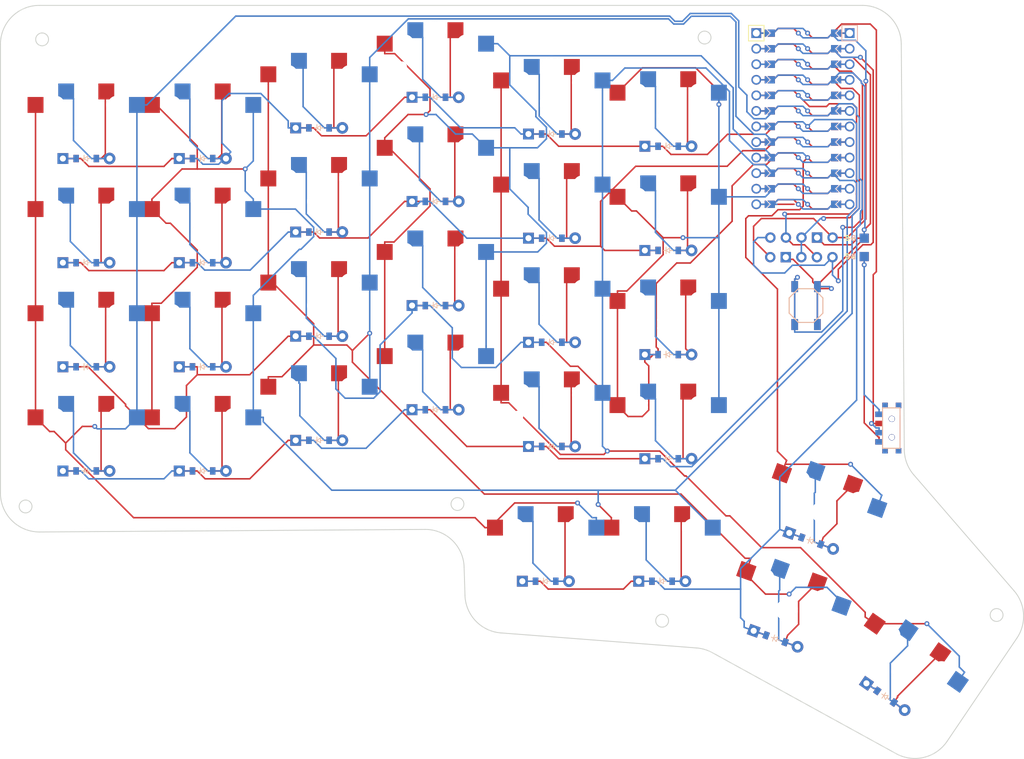
<source format=kicad_pcb>
(kicad_pcb (version 20211014) (generator pcbnew)
  (title_block (title "board") (rev "v1.0.0") (company "Unknown"))
  (layers (0 "F.Cu" signal) (31 "B.Cu" signal) (34 "B.Paste" user) (35 "F.Paste" user) (36 "B.SilkS" user "B.Silkscreen") (37 "F.SilkS" user "F.Silkscreen") (38 "B.Mask" user) (39 "F.Mask" user) (44 "Edge.Cuts" user))
  (net 0 "")
  (net 1 "outer_bottom")
  (net 2 "P20")
  (net 3 "outer_home")
  (net 4 "outer_top")
  (net 5 "outer_num")
  (net 6 "pinky_bottom")
  (net 7 "P19")
  (net 8 "pinky_home")
  (net 9 "pinky_top")
  (net 10 "pinky_num")
  (net 11 "ring_bottom")
  (net 12 "P18")
  (net 13 "ring_home")
  (net 14 "ring_top")
  (net 15 "ring_num")
  (net 16 "middle_bottom")
  (net 17 "P15")
  (net 18 "middle_home")
  (net 19 "middle_top")
  (net 20 "middle_num")
  (net 21 "index_bottom")
  (net 22 "P14")
  (net 23 "index_home")
  (net 24 "index_top")
  (net 25 "index_num")
  (net 26 "inner_bottom")
  (net 27 "P16")
  (net 28 "inner_home")
  (net 29 "inner_top")
  (net 30 "inner_num")
  (net 31 "near1_home")
  (net 32 "near2_home")
  (net 33 "home_home")
  (net 34 "home_top")
  (net 35 "far_home")
  (net 36 "P7")
  (net 37 "P6")
  (net 38 "P5")
  (net 39 "P4")
  (net 40 "P3")
  (net 41 "RAW")
  (net 42 "GND")
  (net 43 "RST")
  (net 44 "VCC")
  (net 45 "P21")
  (net 46 "P10")
  (net 47 "P1")
  (net 48 "P0")
  (net 49 "P2")
  (net 50 "P8")
  (net 51 "P9")
  (net 52 "Bplus")
  (footprint "E73:SPDT_C128955" (layer "F.Cu") (at 131.7812 15.1533 -90)
    (fp_text reference "T1" hide)
    (fp_text value "" hide)
  )
  (footprint "E73:SW_TACT_ALPS_SKQGABE010" (layer "F.Cu") (at 117.7812 -4.8467 -90)
    (fp_text reference "B1" hide)
    (fp_text value "" hide)
  )
  (footprint "ComboDiode" (layer "F.Cu") (at 57.2812 -21.8467)
    (fp_text reference "D15" hide)
    (fp_text value "" hide)
  )
  (footprint "ComboDiode" (layer "F.Cu") (at 94.2812 40.1533)
    (fp_text reference "D26" hide)
    (fp_text value "" hide)
  )
  (footprint "ComboDiode" (layer "F.Cu") (at 19.2812 22.1533)
    (fp_text reference "D5" hide)
    (fp_text value "" hide)
  )
  (footprint "ComboDiode" (layer "F.Cu") (at 112.8165 49.5489 -20)
    (fp_text reference "D27" hide)
    (fp_text value "" hide)
  )
  (footprint "ComboDiode" (layer "F.Cu") (at 76.2812 18.1533)
    (fp_text reference "D17" hide)
    (fp_text value "" hide)
  )
  (footprint "PG1350" (layer "F.Cu") (at 95.2812 15.1533)
    (fp_text reference "S21" hide)
    (fp_text value "" hide)
  )
  (footprint "ComboDiode" (layer "F.Cu") (at 0.2812 -28.8467)
    (fp_text reference "D4" hide)
    (fp_text value "" hide)
  )
  (footprint "PG1350" (layer "F.Cu") (at 114.5266 44.8505 -20)
    (fp_text reference "S27" hide)
    (fp_text value "" hide)
  )
  (footprint "ComboDiode" (layer "F.Cu") (at 38.2812 0.1533)
    (fp_text reference "D10" hide)
    (fp_text value "" hide)
  )
  (footprint "ProMicro" (layer "F.Cu") (at 117.2812 -35.3467 -90)
    (fp_text reference "MCU1" hide)
    (fp_text value "")
  )
  (footprint "PG1350" (layer "F.Cu") (at 19.2812 0.1533)
    (fp_text reference "S6" hide)
    (fp_text value "" hide)
  )
  (footprint "PG1350" (layer "F.Cu") (at 76.2812 -3.8467)
    (fp_text reference "S18" hide)
    (fp_text value "" hide)
  )
  (footprint "SMDPad" (layer "F.Cu") (at 127.2812 -15.8467)
    (fp_text reference "PAD2" hide)
    (fp_text value "" hide)
  )
  (footprint "PG1350" (layer "F.Cu") (at 57.2812 -43.8467)
    (fp_text reference "S16" hide)
    (fp_text value "" hide)
  )
  (footprint "ComboDiode" (layer "F.Cu") (at 0.2812 5.1533)
    (fp_text reference "D2" hide)
    (fp_text value "" hide)
  )
  (footprint "E73:SPDT_C128955" (layer "F.Cu") (at 131.7812 15.1533 -90)
    (fp_text reference "T2" hide)
    (fp_text value "" hide)
  )
  (footprint "PG1350" (layer "F.Cu") (at 95.2812 -18.8467)
    (fp_text reference "S23" hide)
    (fp_text value "" hide)
  )
  (footprint "PG1350" (layer "F.Cu") (at 19.2812 -16.8467)
    (fp_text reference "S7" hide)
    (fp_text value "" hide)
  )
  (footprint "PG1350" (layer "F.Cu") (at 0.2812 -33.8467)
    (fp_text reference "S4" hide)
    (fp_text value "" hide)
  )
  (footprint "ComboDiode" (layer "F.Cu") (at 19.2812 -28.8467)
    (fp_text reference "D8" hide)
    (fp_text value "" hide)
  )
  (footprint "PG1350" (layer "F.Cu") (at 57.2812 -9.8467)
    (fp_text reference "S14" hide)
    (fp_text value "" hide)
  )
  (footprint "ComboDiode" (layer "F.Cu") (at 19.2812 -11.8467)
    (fp_text reference "D7" hide)
    (fp_text value "" hide)
  )
  (footprint "PG1350" (layer "F.Cu") (at 76.2812 -20.8467)
    (fp_text reference "S19" hide)
    (fp_text value "" hide)
  )
  (footprint "PG1350" (layer "F.Cu") (at 38.2812 -4.8467)
    (fp_text reference "S10" hide)
    (fp_text value "" hide)
  )
  (footprint "ComboDiode" (layer "F.Cu") (at 130.7644 59.0024 -35)
    (fp_text reference "D29" hide)
    (fp_text value "" hide)
  )
  (footprint "PG1350" (layer "F.Cu") (at 0.2812 0.1533)
    (fp_text reference "S2" hide)
    (fp_text value "" hide)
  )
  (footprint "ComboDiode" (layer "F.Cu") (at 0.2812 -11.8467)
    (fp_text reference "D3" hide)
    (fp_text value "" hide)
  )
  (footprint "PG1350" (layer "F.Cu") (at 38.2812 -21.8467)
    (fp_text reference "S11" hide)
    (fp_text value "" hide)
  )
  (footprint "ComboDiode" (layer "F.Cu") (at 95.2812 3.1533)
    (fp_text reference "D22" hide)
    (fp_text value "" hide)
  )
  (footprint "PG1350" (layer "F.Cu") (at 95.2812 -1.8467)
    (fp_text reference "S22" hide)
    (fp_text value "" hide)
  )
  (footprint "ComboDiode" (layer "F.Cu") (at 38.2812 -33.8467)
    (fp_text reference "D12" hide)
    (fp_text value "" hide)
  )
  (footprint "ComboDiode" (layer "F.Cu") (at 19.2812 5.1533)
    (fp_text reference "D6" hide)
    (fp_text value "" hide)
  )
  (footprint "PG1350" (layer "F.Cu") (at 76.2812 -37.8467)
    (fp_text reference "S20" hide)
    (fp_text value "" hide)
  )
  (footprint "PG1350" (layer "F.Cu") (at 94.2812 35.1533)
    (fp_text reference "S26" hide)
    (fp_text value "" hide)
  )
  (footprint "SMDPad" (layer "F.Cu") (at 127.2812 -12.8467)
    (fp_text reference "PAD1" hide)
    (fp_text value "" hide)
  )
  (footprint "PG1350" (layer "F.Cu") (at 38.2812 12.1533)
    (fp_text reference "S9" hide)
    (fp_text value "" hide)
  )
  (footprint "ComboDiode" (layer "F.Cu") (at 95.2812 -13.8467)
    (fp_text reference "D23" hide)
    (fp_text value "" hide)
  )
  (footprint "lib:OLED_headers" (layer "F.Cu") (at 124.2812 -14.3467 -90)
    (fp_text reference "OLED2" hide)
    (fp_text value "OLED")
  )
  (footprint "lib:OLED_headers" (layer "F.Cu") (at 109.7812 -14.3467 90)
    (fp_text reference "OLED1" hide)
    (fp_text value "OLED")
  )
  (footprint "PG1350" (layer "F.Cu") (at 19.2812 17.1533)
    (fp_text reference "S5" hide)
    (fp_text value "" hide)
  )
  (footprint "ComboDiode" (layer "F.Cu") (at 118.6309 33.5742 -20)
    (fp_text reference "D28" hide)
    (fp_text value "" hide)
  )
  (footprint "PG1350" (layer "F.Cu") (at 0.2812 -16.8467)
    (fp_text reference "S3" hide)
    (fp_text value "" hide)
  )
  (footprint "PG1350" (layer "F.Cu") (at 75.2812 35.1533)
    (fp_text reference "S25" hide)
    (fp_text value "" hide)
  )
  (footprint "PG1350" (layer "F.Cu") (at 57.2812 -26.8467)
    (fp_text reference "S15" hide)
    (fp_text value "" hide)
  )
  (footprint "PG1350" (layer "F.Cu") (at 0.2812 17.1533)
    (fp_text reference "S1" hide)
    (fp_text value "" hide)
  )
  (footprint "ComboDiode" (layer "F.Cu") (at 38.2812 17.1533)
    (fp_text reference "D9" hide)
    (fp_text value "" hide)
  )
  (footprint "PG1350" (layer "F.Cu") (at 38.2812 -38.8467)
    (fp_text reference "S12" hide)
    (fp_text value "" hide)
  )
  (footprint "PG1350" (layer "F.Cu") (at 19.2812 -33.8467)
    (fp_text reference "S8" hide)
    (fp_text value "" hide)
  )
  (footprint "ComboDiode" (layer "F.Cu") (at 75.2812 40.1533)
    (fp_text reference "D25" hide)
    (fp_text value "" hide)
  )
  (footprint "ComboDiode" (layer "F.Cu") (at 76.2812 -32.8467)
    (fp_text reference "D20" hide)
    (fp_text value "" hide)
  )
  (footprint "ComboDiode" (layer "F.Cu") (at 95.2812 20.1533)
    (fp_text reference "D21" hide)
    (fp_text value "" hide)
  )
  (footprint "ComboDiode" (layer "F.Cu") (at 0.2812 22.1533)
    (fp_text reference "D1" hide)
    (fp_text value "" hide)
  )
  (footprint "E73:SW_TACT_ALPS_SKQGABE010" (layer "F.Cu") (at 117.7812 -4.8467 -90)
    (fp_text reference "B2" hide)
    (fp_text value "" hide)
  )
  (footprint "ComboDiode" (layer "F.Cu") (at 76.2812 1.1533)
    (fp_text reference "D18" hide)
    (fp_text value "" hide)
  )
  (footprint "ComboDiode" (layer "F.Cu") (at 57.2812 -4.8467)
    (fp_text reference "D14" hide)
    (fp_text value "" hide)
  )
  (footprint "ComboDiode" (layer "F.Cu") (at 38.2812 -16.8467)
    (fp_text reference "D11" hide)
    (fp_text value "" hide)
  )
  (footprint "PG1350" (layer "F.Cu") (at 57.2812 7.1533)
    (fp_text reference "S13" hide)
    (fp_text value "" hide)
  )
  (footprint "ComboDiode" (layer "F.Cu") (at 57.2812 12.1533)
    (fp_text reference "D13" hide)
    (fp_text value "" hide)
  )
  (footprint "PG1350" (layer "F.Cu") (at 76.2812 13.1533)
    (fp_text reference "S17" hide)
    (fp_text value "" hide)
  )
  (footprint "PG1350" (layer "F.Cu") (at 95.2812 -35.8467)
    (fp_text reference "S24" hide)
    (fp_text value "" hide)
  )
  (footprint "ComboDiode" (layer "F.Cu") (at 57.2812 -38.8467)
    (fp_text reference "D16" hide)
    (fp_text value "" hide)
  )
  (footprint "PG1350" (layer "F.Cu") (at 120.341 28.8757 -20)
    (fp_text reference "S28" hide)
    (fp_text value "" hide)
  )
  (footprint "PG1350" (layer "F.Cu") (at 133.6323 54.9066 -35)
    (fp_text reference "S29" hide)
    (fp_text value "" hide)
  )
  (footprint "ComboDiode" (layer "F.Cu") (at 76.2812 -15.8467)
    (fp_text reference "D19" hide)
    (fp_text value "" hide)
  )
  (footprint "ComboDiode" (layer "F.Cu") (at 95.2812 -30.8467)
    (fp_text reference "D24" hide)
    (fp_text value "" hide)
  )
  (gr_circle (center 60.88121 27.553289) (end 61.895433 27.28153) (layer "Edge.Cuts") (width 0.15) (fill none))
  (gr_line (start 55.579908 31.694357) (end -7.326737 32.110959) (layer "Edge.Cuts") (width 0.15))
  (gr_arc (start 67.968503 48.590774) (mid 63.862273 46.644057) (end 62.108438 42.451814) (layer "Edge.Cuts") (width 0.15))
  (gr_circle (center -9.61879 27.94829) (end -8.604567 27.67653) (layer "Edge.Cuts") (width 0.15) (fill none))
  (gr_arc (start -13.71879 -47.496709) (mid -11.858919 -51.986837) (end -7.368791 -53.846711) (layer "Edge.Cuts") (width 0.15))
  (gr_line (start -7.368791 -53.846711) (end 126.978611 -53.84671) (layer "Edge.Cuts") (width 0.15))
  (gr_circle (center 101.221211 -48.59671) (end 102.235432 -48.868472) (layer "Edge.Cuts") (width 0.15) (fill none))
  (gr_arc (start 99.913104 51.04805) (mid 101.239359 51.293746) (end 102.4838 51.81402) (layer "Edge.Cuts") (width 0.15))
  (gr_line (start 135.371564 22.787956) (end 151.750194 41.725643) (layer "Edge.Cuts") (width 0.15))
  (gr_line (start 133.328433 -47.544286) (end 133.824637 18.681653) (layer "Edge.Cuts") (width 0.15))
  (gr_arc (start -7.326738 32.110958) (mid -11.844026 30.266068) (end -13.71879 25.761097) (layer "Edge.Cuts") (width 0.15))
  (gr_line (start 152.206975 49.43737) (end 140.805951 66.291845) (layer "Edge.Cuts") (width 0.15))
  (gr_arc (start 151.750194 41.725643) (mid 153.286188 45.504054) (end 152.206975 49.43737) (layer "Edge.Cuts") (width 0.15))
  (gr_circle (center 148.890941 45.667786) (end 149.905163 45.396025) (layer "Edge.Cuts") (width 0.15) (fill none))
  (gr_arc (start 55.579907 31.694358) (mid 60.028447 33.471981) (end 61.969047 37.851882) (layer "Edge.Cuts") (width 0.15))
  (gr_line (start 132.488556 68.299321) (end 102.4838 51.81402) (layer "Edge.Cuts") (width 0.15))
  (gr_line (start 62.108437 42.451814) (end 61.969047 37.851882) (layer "Edge.Cuts") (width 0.15))
  (gr_circle (center 94.291211 46.603289) (end 95.305433 46.331529) (layer "Edge.Cuts") (width 0.15) (fill none))
  (gr_arc (start 135.371564 22.787956) (mid 134.232135 20.872671) (end 133.824637 18.681653) (layer "Edge.Cuts") (width 0.15))
  (gr_arc (start 126.978611 -53.84671) (mid 131.451886 -52.003627) (end 133.328433 -47.544286) (layer "Edge.Cuts") (width 0.15))
  (gr_circle (center -6.91879 -48.296711) (end -5.904567 -48.568472) (layer "Edge.Cuts") (width 0.15) (fill none))
  (gr_line (start 99.913104 51.04805) (end 67.968502 48.590774) (layer "Edge.Cuts") (width 0.15))
  (gr_line (start -13.71879 25.761097) (end -13.718789 -47.49671) (layer "Edge.Cuts") (width 0.15))
  (gr_arc (start 140.805951 66.291845) (mid 137.036122 68.906746) (end 132.488556 68.299321) (layer "Edge.Cuts") (width 0.15))
  (segment (start 2.7063 12.0532) (end 2.7063 22.1533) (width 0.25) (layer "F.Cu") (net 1))
  (segment (start 2.7063 22.1533) (end 4.0912 22.1533) (width 0.25) (layer "F.Cu") (net 1))
  (segment (start 3.5562 11.2033) (end 2.7063 12.0532) (width 0.25) (layer "F.Cu") (net 1))
  (segment (start 1.9312 22.1533) (end 2.7063 22.1533) (width 0.25) (layer "F.Cu") (net 1))
  (segment (start 1.1561 22.1533) (end -1.797 19.2002) (width 0.25) (layer "B.Cu") (net 1))
  (segment (start 4.0912 22.1533) (end 1.9312 22.1533) (width 0.25) (layer "B.Cu") (net 1))
  (segment (start 1.9312 22.1533) (end 1.1561 22.1533) (width 0.25) (layer "B.Cu") (net 1))
  (segment (start -1.797 12.4001) (end -2.9938 11.2033) (width 0.25) (layer "B.Cu") (net 1))
  (segment (start -1.797 19.2002) (end -1.797 12.4001) (width 0.25) (layer "B.Cu") (net 1))
  (segment (start -7.9938 13.4033) (end -7.9938 -3.5967) (width 0.25) (layer "F.Cu") (net 2))
  (segment (start 66.1937 31.4033) (end 65.3811 31.4033) (width 0.25) (layer "F.Cu") (net 2))
  (segment (start 8.0139 29.7782) (end 63.756 29.7782) (width 0.25) (layer "F.Cu") (net 2))
  (segment (start -3.0732 18.6911) (end 8.0139 29.7782) (width 0.25) (layer "F.Cu") (net 2))
  (segment (start -4.9567 15.7139) (end -3.0732 17.5974) (width 0.25) (layer "F.Cu") (net 2))
  (segment (start 1.6746 14.8827) (end -0.3585 14.8827) (width 0.25) (layer "F.Cu") (net 2))
  (segment (start -0.3585 14.8827) (end -3.0732 17.5974) (width 0.25) (layer "F.Cu") (net 2))
  (segment (start -7.9938 -20.5967) (end -7.9938 -37.5967) (width 0.25) (layer "F.Cu") (net 2))
  (segment (start -7.9938 13.4033) (end -5.6832 15.7139) (width 0.25) (layer "F.Cu") (net 2))
  (segment (start 67.0062 31.4033) (end 66.1937 31.4033) (width 0.25) (layer "F.Cu") (net 2))
  (segment (start -5.6832 15.7139) (end -4.9567 15.7139) (width 0.25) (layer "F.Cu") (net 2))
  (segment (start 66.1937 31.4033) (end 70.2188 27.3782) (width 0.25) (layer "F.Cu") (net 2))
  (segment (start -3.0732 17.5974) (end -3.0732 18.6911) (width 0.25) (layer "F.Cu") (net 2))
  (segment (start 63.756 29.7782) (end 65.3811 31.4033) (width 0.25) (layer "F.Cu") (net 2))
  (segment (start -7.9938 -3.5967) (end -7.9938 -20.5967) (width 0.25) (layer "F.Cu") (net 2))
  (segment (start 70.2188 27.3782) (end 80.4841 27.3782) (width 0.25) (layer "F.Cu") (net 2))
  (via (at 80.4841 27.3782) (size 0.8) (drill 0.4) (layers "F.Cu" "B.Cu") (net 2))
  (via (at 1.6746 14.8827) (size 0.8) (drill 0.4) (layers "F.Cu" "B.Cu") (net 2))
  (segment (start 8.5562 -20.5967) (end 8.5562 -37.5967) (width 0.25) (layer "B.Cu") (net 2))
  (segment (start 108.1296 -36.479) (end 109.2619 -35.3467) (width 0.25) (layer "B.Cu") (net 2))
  (segment (start 111.1852 -35.3467) (end 112.4552 -36.6167) (width 0.25) (layer "B.Cu") (net 2))
  (segment (start 8.5562 13.4033) (end 6.677 15.2825) (width 0.25) (layer "B.Cu") (net 2))
  (segment (start 105.596396 -52.52) (end 106.7925 -51.323896) (width 0.25) (layer "B.Cu") (net 2))
  (segment (start 8.5562 13.4033) (end 8.5562 -3.5967) (width 0.25) (layer "B.Cu") (net 2))
  (segment (start 82.8841 29.7782) (end 80.4841 27.3782) (width 0.25) (layer "B.Cu") (net 2))
  (segment (start 2.0744 15.2825) (end 1.6746 14.8827) (width 0.25) (layer "B.Cu") (net 2))
  (segment (start 108.1296 -39.1904) (end 108.1296 -36.479) (width 0.25) (layer "B.Cu") (net 2))
  (segment (start 10.1813 -37.5967) (end 24.6823 -52.0977) (width 0.25) (layer "B.Cu") (net 2))
  (segment (start 83.5562 29.7782) (end 82.8841 29.7782) (width 0.25) (layer "B.Cu") (net 2))
  (segment (start 96.3698 -51.25) (end 97.603604 -51.25) (width 0.25) (layer "B.Cu") (net 2))
  (segment (start 8.5562 -37.5967) (end 10.1813 -37.5967) (width 0.25) (layer "B.Cu") (net 2))
  (segment (start 83.5562 31.4033) (end 83.5562 29.7782) (width 0.25) (layer "B.Cu") (net 2))
  (segment (start 24.6823 -52.0977) (end 95.5221 -52.0977) (width 0.25) (layer "B.Cu") (net 2))
  (segment (start 8.5562 -3.5967) (end 8.5562 -20.5967) (width 0.25) (layer "B.Cu") (net 2))
  (segment (start 106.7925 -51.323896) (end 106.7925 -40.5275) (width 0.25) (layer "B.Cu") (net 2))
  (segment (start 97.603604 -51.25) (end 98.873604 -52.52) (width 0.25) (layer "B.Cu") (net 2))
  (segment (start 95.5221 -52.0977) (end 96.3698 -51.25) (width 0.25) (layer "B.Cu") (net 2))
  (segment (start 109.2619 -35.3467) (end 111.1852 -35.3467) (width 0.25) (layer "B.Cu") (net 2))
  (segment (start 6.677 15.2825) (end 2.0744 15.2825) (width 0.25) (layer "B.Cu") (net 2))
  (segment (start 106.7925 -40.5275) (end 108.1296 -39.1904) (width 0.25) (layer "B.Cu") (net 2))
  (segment (start 98.873604 -52.52) (end 105.596396 -52.52) (width 0.25) (layer "B.Cu") (net 2))
  (segment (start 2.3188 5.1533) (end 3.45 5.1533) (width 0.25) (layer "F.Cu") (net 3))
  (segment (start 3.45 5.1533) (end 4.0912 5.1533) (width 0.25) (layer "F.Cu") (net 3))
  (segment (start 3.5562 -5.7967) (end 3.45 -5.6905) (width 0.25) (layer "F.Cu") (net 3))
  (segment (start 3.45 -5.6905) (end 3.45 5.1533) (width 0.25) (layer "F.Cu") (net 3))
  (segment (start 1.9312 5.1533) (end 2.3188 5.1533) (width 0.25) (layer "F.Cu") (net 3))
  (segment (start 1.9312 5.1533) (end 1.1561 5.1533) (width 0.25) (layer "B.Cu") (net 3))
  (segment (start -2.9938 -5.7967) (end -2.3146 -5.1175) (width 0.25) (layer "B.Cu") (net 3))
  (segment (start -2.3146 -5.1175) (end -2.3146 1.6826) (width 0.25) (layer "B.Cu") (net 3))
  (segment (start 4.0912 5.1533) (end 1.9312 5.1533) (width 0.25) (layer "B.Cu") (net 3))
  (segment (start -2.3146 1.6826) (end 1.1561 5.1533) (width 0.25) (layer "B.Cu") (net 3))
  (segment (start 3.5562 -22.7967) (end 2.7063 -21.9468) (width 0.25) (layer "F.Cu") (net 4))
  (segment (start 4.0912 -11.8467) (end 2.7063 -11.8467) (width 0.25) (layer "F.Cu") (net 4))
  (segment (start 1.9312 -11.8467) (end 2.7063 -11.8467) (width 0.25) (layer "F.Cu") (net 4))
  (segment (start 2.7063 -21.9468) (end 2.7063 -11.8467) (width 0.25) (layer "F.Cu") (net 4))
  (segment (start 1.9312 -11.8467) (end 1.1561 -11.8467) (width 0.25) (layer "B.Cu") (net 4))
  (segment (start -2.3146 -15.3174) (end 1.1561 -11.8467) (width 0.25) (layer "B.Cu") (net 4))
  (segment (start -2.9938 -22.7967) (end -2.3146 -22.1175) (width 0.25) (layer "B.Cu") (net 4))
  (segment (start -2.3146 -22.1175) (end -2.3146 -15.3174) (width 0.25) (layer "B.Cu") (net 4))
  (segment (start 4.0912 -11.8467) (end 1.9312 -11.8467) (width 0.25) (layer "B.Cu") (net 4))
  (segment (start 3.3987 -39.6392) (end 3.3987 -29.5392) (width 0.25) (layer "F.Cu") (net 5))
  (segment (start 2.7063 -28.8467) (end 3.3988 -29.5392) (width 0.25) (layer "F.Cu") (net 5))
  (segment (start 3.5562 -39.7967) (end 3.3987 -39.6392) (width 0.25) (layer "F.Cu") (net 5))
  (segment (start 1.9312 -28.8467) (end 2.7063 -28.8467) (width 0.25) (layer "F.Cu") (net 5))
  (segment (start 3.3988 -29.5392) (end 4.0912 -28.8467) (width 0.25) (layer "F.Cu") (net 5))
  (segment (start 3.3987 -29.5392) (end 3.3988 -29.5392) (width 0.25) (layer "F.Cu") (net 5))
  (segment (start -1.797 -31.7998) (end -1.797 -38.5999) (width 0.25) (layer "B.Cu") (net 5))
  (segment (start -1.797 -38.5999) (end -2.9938 -39.7967) (width 0.25) (layer "B.Cu") (net 5))
  (segment (start 1.9312 -28.8467) (end 1.1561 -28.8467) (width 0.25) (layer "B.Cu") (net 5))
  (segment (start 4.0912 -28.8467) (end 1.9312 -28.8467) (width 0.25) (layer "B.Cu") (net 5))
  (segment (start 1.1561 -28.8467) (end -1.797 -31.7998) (width 0.25) (layer "B.Cu") (net 5))
  (segment (start 21.3188 22.1533) (end 22.45 22.1533) (width 0.25) (layer "F.Cu") (net 6))
  (segment (start 20.9312 22.1533) (end 21.3188 22.1533) (width 0.25) (layer "F.Cu") (net 6))
  (segment (start 22.5562 11.2033) (end 22.45 11.3095) (width 0.25) (layer "F.Cu") (net 6))
  (segment (start 22.45 22.1533) (end 23.0912 22.1533) (width 0.25) (layer "F.Cu") (net 6))
  (segment (start 22.45 11.3095) (end 22.45 22.1533) (width 0.25) (layer "F.Cu") (net 6))
  (segment (start 20.1561 22.1533) (end 17.203 19.2002) (width 0.25) (layer "B.Cu") (net 6))
  (segment (start 17.203 12.4001) (end 16.0062 11.2033) (width 0.25) (layer "B.Cu") (net 6))
  (segment (start 17.203 19.2002) (end 17.203 12.4001) (width 0.25) (layer "B.Cu") (net 6))
  (segment (start 20.9312 22.1533) (end 20.1561 22.1533) (width 0.25) (layer "B.Cu") (net 6))
  (segment (start 23.0912 22.1533) (end 20.9312 22.1533) (width 0.25) (layer "B.Cu") (net 6))
  (segment (start 18.4064 -30.8903) (end 11.7 -37.5967) (width 0.25) (layer "F.Cu") (net 7))
  (segment (start 12.5302 -5.2218) (end 18.4064 -11.098) (width 0.25) (layer "F.Cu") (net 7))
  (segment (start 83.8516 27.6293) (end 86.0005 29.7782) (width 0.25) (layer "F.Cu") (net 7))
  (segment (start 11.0062 -20.5967) (end 11.0062 -22.2218) (width 0.25) (layer "F.Cu") (net 7))
  (segment (start 11.0062 -4.1029) (end 11.0062 -5.2218) (width 0.25) (layer "F.Cu") (net 7))
  (segment (start 11.7 -37.5967) (end 11.0062 -37.5967) (width 0.25) (layer "F.Cu") (net 7))
  (segment (start 14.0214 -18.2861) (end 13.3168 -18.2861) (width 0.25) (layer "F.Cu") (net 7))
  (segment (start 18.4064 -27.1408) (end 26.2321 -27.1408) (width 0.25) (layer "F.Cu") (net 7))
  (segment (start 18.4064 -11.098) (end 18.4064 -13.9011) (width 0.25) (layer "F.Cu") (net 7))
  (segment (start 11.0062 -22.2218) (end 15.9252 -27.1408) (width 0.25) (layer "F.Cu") (net 7))
  (segment (start 18.4064 -27.1408) (end 18.4064 -30.8903) (width 0.25) (layer "F.Cu") (net 7))
  (segment (start 18.4064 -13.9011) (end 14.0214 -18.2861) (width 0.25) (layer "F.Cu") (net 7))
  (segment (start 86.0062 31.4033) (end 86.0062 29.7782) (width 0.25) (layer "F.Cu") (net 7))
  (segment (start 11.0062 -4.1029) (end 11.0062 -3.5967) (width 0.25) (layer "F.Cu") (net 7))
  (segment (start 15.9252 -27.1408) (end 18.4064 -27.1408) (width 0.25) (layer "F.Cu") (net 7))
  (segment (start 11.0062 -3.5967) (end 11.0062 13.4033) (width 0.25) (layer "F.Cu") (net 7))
  (segment (start 86.0005 29.7782) (end 86.0062 29.7782) (width 0.25) (layer "F.Cu") (net 7))
  (segment (start 11.0062 -5.2218) (end 12.5302 -5.2218) (width 0.25) (layer "F.Cu") (net 7))
  (segment (start 13.3168 -18.2861) (end 11.0062 -20.5967) (width 0.25) (layer "F.Cu") (net 7))
  (via (at 26.2321 -27.1408) (size 0.8) (drill 0.4) (layers "F.Cu" "B.Cu") (net 7))
  (via (at 83.8516 27.6293) (size 0.8) (drill 0.4) (layers "F.Cu" "B.Cu") (net 7))
  (segment (start 126.0439 -25.4535) (end 126.0439 -34.524991) (width 0.25) (layer "B.Cu") (net 7))
  (segment (start 126.494 -25.0034) (end 126.0439 -25.4535) (width 0.25) (layer "B.Cu") (net 7))
  (segment (start 29.1813 14.1143) (end 40.3607 25.2937) (width 0.25) (layer "B.Cu") (net 7))
  (segment (start 27.5562 -20.5967) (end 34.4349 -20.5967) (width 0.25) (layer "B.Cu") (net 7))
  (segment (start 37.4064 -16.1073) (end 35.3263 -14.0272) (width 0.25) (layer "B.Cu") (net 7))
  (segment (start 125.2995 -3.5592) (end 125.2995 -19.5052) (width 0.25) (layer "B.Cu") (net 7))
  (segment (start 126.0439 -34.524991) (end 125.367191 -35.2017) (width 0.25) (layer "B.Cu") (net 7))
  (segment (start 102.5562 31.4033) (end 96.4466 25.2937) (width 0.25) (layer "B.Cu") (net 7))
  (segment (start 83.8516 25.2937) (end 83.8516 27.6293) (width 0.25) (layer "B.Cu") (net 7))
  (segment (start 96.4466 25.2937) (end 125.2995 -3.5592) (width 0.25) (layer "B.Cu") (net 7))
  (segment (start 119.1682 -35.2017) (end 118.0432 -34.0767) (width 0.25) (layer "B.Cu") (net 7))
  (segment (start 125.367191 -35.2017) (end 119.1682 -35.2017) (width 0.25) (layer "B.Cu") (net 7))
  (segment (start 83.8516 25.2937) (end 96.4466 25.2937) (width 0.25) (layer "B.Cu") (net 7))
  (segment (start 27.5562 -6.5003) (end 27.5562 -3.5967) (width 0.25) (layer "B.Cu") (net 7))
  (segment (start 26.2321 -23.5459) (end 27.5562 -22.2218) (width 0.25) (layer "B.Cu") (net 7))
  (segment (start 27.5562 13.4033) (end 29.1813 13.4033) (width 0.25) (layer "B.Cu") (net 7))
  (segment (start 27.5562 -3.5967) (end 27.5562 13.4033) (width 0.25) (layer "B.Cu") (net 7))
  (segment (start 40.3607 25.2937) (end 83.8516 25.2937) (width 0.25) (layer "B.Cu") (net 7))
  (segment (start 27.5562 -20.5967) (end 27.5562 -22.2218) (width 0.25) (layer "B.Cu") (net 7))
  (segment (start 35.3263 -14.0272) (end 35.0831 -14.0272) (width 0.25) (layer "B.Cu") (net 7))
  (segment (start 27.5562 -28.4649) (end 26.2321 -27.1408) (width 0.25) (layer "B.Cu") (net 7))
  (segment (start 27.5562 -37.5967) (end 27.5562 -28.4649) (width 0.25) (layer "B.Cu") (net 7))
  (segment (start 37.4064 -17.6252) (end 37.4064 -16.1073) (width 0.25) (layer "B.Cu") (net 7))
  (segment (start 126.494 -20.6997) (end 126.494 -25.0034) (width 0.25) (layer "B.Cu") (net 7))
  (segment (start 125.2995 -19.5052) (end 126.494 -20.6997) (width 0.25) (layer "B.Cu") (net 7))
  (segment (start 35.0831 -14.0272) (end 27.5562 -6.5003) (width 0.25) (layer "B.Cu") (net 7))
  (segment (start 34.4349 -20.5967) (end 37.4064 -17.6252) (width 0.25) (layer "B.Cu") (net 7))
  (segment (start 26.2321 -27.1408) (end 26.2321 -23.5459) (width 0.25) (layer "B.Cu") (net 7))
  (segment (start 29.1813 13.4033) (end 29.1813 14.1143) (width 0.25) (layer "B.Cu") (net 7))
  (segment (start 22.4405 -5.681) (end 22.5562 -5.7967) (width 0.25) (layer "F.Cu") (net 8))
  (segment (start 23.0912 5.1533) (end 22.4405 5.1533) (width 0.25) (layer "F.Cu") (net 8))
  (segment (start 22.4405 5.1533) (end 20.9312 5.1533) (width 0.25) (layer "F.Cu") (net 8))
  (segment (start 22.4405 5.1533) (end 22.4405 -5.681) (width 0.25) (layer "F.Cu") (net 8))
  (segment (start 17.203 2.2002) (end 17.203 -4.5999) (width 0.25) (layer "B.Cu") (net 8))
  (segment (start 20.9312 5.1533) (end 20.1561 5.1533) (width 0.25) (layer "B.Cu") (net 8))
  (segment (start 20.1561 5.1533) (end 17.203 2.2002) (width 0.25) (layer "B.Cu") (net 8))
  (segment (start 17.203 -4.5999) (end 16.0062 -5.7967) (width 0.25) (layer "B.Cu") (net 8))
  (segment (start 23.0912 5.1533) (end 20.9312 5.1533) (width 0.25) (layer "B.Cu") (net 8))
  (segment (start 22.4405 -22.681) (end 22.5562 -22.7967) (width 0.25) (layer "F.Cu") (net 9))
  (segment (start 20.9312 -11.8467) (end 22.4405 -11.8467) (width 0.25) (layer "F.Cu") (net 9))
  (segment (start 22.4405 -11.8467) (end 22.4405 -22.681) (width 0.25) (layer "F.Cu") (net 9))
  (segment (start 22.4405 -11.8467) (end 23.0912 -11.8467) (width 0.25) (layer "F.Cu") (net 9))
  (segment (start 20.1561 -11.8467) (end 17.203 -14.7998) (width 0.25) (layer "B.Cu") (net 9))
  (segment (start 17.203 -14.7998) (end 17.203 -21.5999) (width 0.25) (layer "B.Cu") (net 9))
  (segment (start 20.9312 -11.8467) (end 20.1561 -11.8467) (width 0.25) (layer "B.Cu") (net 9))
  (segment (start 23.0912 -11.8467) (end 20.9312 -11.8467) (width 0.25) (layer "B.Cu") (net 9))
  (segment (start 17.203 -21.5999) (end 16.0062 -22.7967) (width 0.25) (layer "B.Cu") (net 9))
  (segment (start 21.7134 -28.8467) (end 22.4023 -29.5356) (width 0.25) (layer "F.Cu") (net 10))
  (segment (start 22.4023 -39.6428) (end 22.4023 -29.5356) (width 0.25) (layer "F.Cu") (net 10))
  (segment (start 22.5562 -39.7967) (end 22.4023 -39.6428) (width 0.25) (layer "F.Cu") (net 10))
  (segment (start 22.4023 -29.5356) (end 23.0912 -28.8467) (width 0.25) (layer "F.Cu") (net 10))
  (segment (start 20.9312 -28.8467) (end 21.7134 -28.8467) (width 0.25) (layer "F.Cu") (net 10))
  (segment (start 23.0912 -28.8467) (end 20.9312 -28.8467) (width 0.25) (layer "B.Cu") (net 10))
  (segment (start 20.9312 -28.8467) (end 20.1561 -28.8467) (width 0.25) (layer "B.Cu") (net 10))
  (segment (start 17.203 -31.7998) (end 17.203 -38.5999) (width 0.25) (layer "B.Cu") (net 10))
  (segment (start 20.1561 -28.8467) (end 17.203 -31.7998) (width 0.25) (layer "B.Cu") (net 10))
  (segment (start 17.203 -38.5999) (end 16.0062 -39.7967) (width 0.25) (layer "B.Cu") (net 10))
  (segment (start 39.9312 17.1533) (end 41.4405 17.1533) (width 0.25) (layer "F.Cu") (net 11))
  (segment (start 41.4405 17.1533) (end 42.0912 17.1533) (width 0.25) (layer "F.Cu") (net 11))
  (segment (start 41.4405 6.319) (end 41.5562 6.2033) (width 0.25) (layer "F.Cu") (net 11))
  (segment (start 41.4405 17.1533) (end 41.4405 6.319) (width 0.25) (layer "F.Cu") (net 11))
  (segment (start 35.0062 6.2033) (end 35.0062 7.8284) (width 0.25) (layer "B.Cu") (net 11))
  (segment (start 35.1559 7.9015) (end 35.0828 7.8284) (width 0.25) (layer "B.Cu") (net 11))
  (segment (start 42.0912 17.1533) (end 39.9312 17.1533) (width 0.25) (layer "B.Cu") (net 11))
  (segment (start 35.1559 13.1531) (end 35.1559 7.9015) (width 0.25) (layer "B.Cu") (net 11))
  (segment (start 39.1561 17.1533) (end 35.1559 13.1531) (width 0.25) (layer "B.Cu") (net 11))
  (segment (start 39.9312 17.1533) (end 39.1561 17.1533) (width 0.25) (layer "B.Cu") (net 11))
  (segment (start 35.0828 7.8284) (end 35.0062 7.8284) (width 0.25) (layer "B.Cu") (net 11))
  (segment (start 65.267 25.9249) (end 97.3565 25.9249) (width 0.25) (layer "F.Cu") (net 12))
  (segment (start 37.4064 -1.8903) (end 30.7 -8.5967) (width 0.25) (layer "F.Cu") (net 12))
  (segment (start 32.2229 6.7782) (end 37.4064 1.5947) (width 0.25) (layer "F.Cu") (net 12))
  (segment (start 108.0332 39.1203) (end 108.0332 38.4964) (width 0.25) (layer "F.Cu") (net 12))
  (segment (start 97.3565 25.9249) (end 107.845 36.4134) (width 0.25) (layer "F.Cu") (net 12))
  (segment (start 30.0062 6.7782) (end 32.2229 6.7782) (width 0.25) (layer "F.Cu") (net 12))
  (segment (start 111.1692 42.2563) (end 108.0332 39.1203) (width 0.25) (layer "F.Cu") (net 12))
  (segment (start 30.7 -8.5967) (end 30.0062 -8.5967) (width 0.25) (layer "F.Cu") (net 12))
  (segment (start 43.7302 2.4977) (end 46.5562 -0.3283) (width 0.25) (layer "F.Cu") (net 12))
  (segment (start 107.845 36.4134) (end 108.7913 36.4134) (width 0.25) (layer "F.Cu") (net 12))
  (segment (start 43.7302 2.4977) (end 43.7302 4.3881) (width 0.25) (layer "F.Cu") (net 12))
  (segment (start 37.4064 1.5947) (end 37.4064 -1.8903) (width 0.25) (layer "F.Cu") (net 12))
  (segment (start 37.4064 1.5947) (end 42.8272 1.5947) (width 0.25) (layer "F.Cu") (net 12))
  (segment (start 42.8272 1.5947) (end 43.7302 2.4977) (width 0.25) (layer "F.Cu") (net 12))
  (segment (start 30.0062 -25.5967) (end 30.0062 -40.9716) (width 0.25) (layer "F.Cu") (net 12))
  (segment (start 115.0283 42.2563) (end 111.1692 42.2563) (width 0.25) (layer "F.Cu") (net 12))
  (segment (start 108.0332 38.4964) (end 108.7913 36.4134) (width 0.25) (layer "F.Cu") (net 12))
  (segment (start 43.7302 4.3881) (end 65.267 25.9249) (width 0.25) (layer "F.Cu") (net 12))
  (segment (start 30.0062 -25.5967) (end 30.0062 -8.5967) (width 0.25) (layer "F.Cu") (net 12))
  (segment (start 30.0062 -42.5967) (end 30.0062 -40.9716) (width 0.25) (layer "F.Cu") (net 12))
  (segment (start 30.0062 8.4033) (end 30.0062 6.7782) (width 0.25) (layer "F.Cu") (net 12))
  (via (at 46.5562 -0.3283) (size 0.8) (drill 0.4) (layers "F.Cu" "B.Cu") (net 12))
  (via (at 115.0283 42.2563) (size 0.8) (drill 0.4) (layers "F.Cu" "B.Cu") (net 12))
  (segment (start 109.2728 -32.8067) (end 106.3425 -35.737) (width 0.25) (layer "B.Cu") (net 12))
  (segment (start 97.79 -50.8) (end 96.1831 -50.8) (width 0.25) (layer "B.Cu") (net 12))
  (segment (start 99.06 -52.07) (end 97.79 -50.8) (width 0.25) (layer "B.Cu") (net 12))
  (segment (start 121.2047 41.1525) (end 116.1321 41.1525) (width 0.25) (layer "B.Cu") (net 12))
  (segment (start 123.5851 44.1569) (end 123.5851 43.5329) (width 0.25) (layer "B.Cu") (net 12))
  (segment (start 46.5562 -45.3402) (end 46.5562 -42.5967) (width 0.25) (layer "B.Cu") (net 12))
  (segment (start 52.8635 -51.6475) (end 46.5562 -45.3402) (width 0.25) (layer "B.Cu") (net 12))
  (segment (start 46.5562 -0.3283) (end 46.5562 8.4033) (width 0.25) (layer "B.Cu") (net 12))
  (segment (start 111.1852 -32.8067) (end 109.2728 -32.8067) (width 0.25) (layer "B.Cu") (net 12))
  (segment (start 46.5562 -8.5967) (end 46.5562 -0.3283) (width 0.25) (layer "B.Cu") (net 12))
  (segment (start 112.4552 -31.5367) (end 111.1852 -32.8067) (width 0.25) (layer "B.Cu") (net 12))
  (segment (start 105.41 -52.07) (end 99.06 -52.07) (width 0.25) (layer "B.Cu") (net 12))
  (segment (start 46.5562 -42.5967) (end 46.5562 -25.5967) (width 0.25) (layer "B.Cu") (net 12))
  (segment (start 106.3425 -35.737) (end 106.3425 -51.1375) (width 0.25) (layer "B.Cu") (net 12))
  (segment (start 96.1831 -50.8) (end 95.3356 -51.6475) (width 0.25) (layer "B.Cu") (net 12))
  (segment (start 95.3356 -51.6475) (end 52.8635 -51.6475) (width 0.25) (layer "B.Cu") (net 12))
  (segment (start 116.1321 41.1525) (end 115.0283 42.2563) (width 0.25) (layer "B.Cu") (net 12))
  (segment (start 123.5851 43.5329) (end 121.2047 41.1525) (width 0.25) (layer "B.Cu") (net 12))
  (segment (start 106.3425 -51.1375) (end 105.41 -52.07) (width 0.25) (layer "B.Cu") (net 12))
  (segment (start 46.5562 -25.5967) (end 46.5562 -8.5967) (width 0.25) (layer "B.Cu") (net 12))
  (segment (start 42.0912 0.1533) (end 39.9312 0.1533) (width 0.25) (layer "F.Cu") (net 13))
  (segment (start 41.4023 -10.6428) (end 41.4023 -0.5356) (width 0.25) (layer "F.Cu") (net 13))
  (segment (start 41.4023 -0.5356) (end 42.0912 0.1533) (width 0.25) (layer "F.Cu") (net 13))
  (segment (start 41.5562 -10.7967) (end 41.4023 -10.6428) (width 0.25) (layer "F.Cu") (net 13))
  (segment (start 36.203 -9.5999) (end 35.0062 -10.7967) (width 0.25) (layer "B.Cu") (net 13))
  (segment (start 39.9312 0.1533) (end 42.0912 0.1533) (width 0.25) (layer "B.Cu") (net 13))
  (segment (start 36.203 -2.7998) (end 36.203 -9.5999) (width 0.25) (layer "B.Cu") (net 13))
  (segment (start 39.9312 0.1533) (end 39.1561 0.1533) (width 0.25) (layer "B.Cu") (net 13))
  (segment (start 39.1561 0.1533) (end 36.203 -2.7998) (width 0.25) (layer "B.Cu") (net 13))
  (segment (start 39.9312 -16.8467) (end 41.4405 -16.8467) (width 0.25) (layer "F.Cu") (net 14))
  (segment (start 41.4405 -16.8467) (end 41.4405 -27.681) (width 0.25) (layer "F.Cu") (net 14))
  (segment (start 41.4405 -27.681) (end 41.5562 -27.7967) (width 0.25) (layer "F.Cu") (net 14))
  (segment (start 41.4405 -16.8467) (end 42.0912 -16.8467) (width 0.25) (layer "F.Cu") (net 14))
  (segment (start 39.1561 -16.8467) (end 36.203 -19.7998) (width 0.25) (layer "B.Cu") (net 14))
  (segment (start 36.203 -19.7998) (end 36.203 -26.5999) (width 0.25) (layer "B.Cu") (net 14))
  (segment (start 42.0912 -16.8467) (end 39.9312 -16.8467) (width 0.25) (layer "B.Cu") (net 14))
  (segment (start 39.9312 -16.8467) (end 39.1561 -16.8467) (width 0.25) (layer "B.Cu") (net 14))
  (segment (start 36.203 -26.5999) (end 35.0062 -27.7967) (width 0.25) (layer "B.Cu") (net 14))
  (segment (start 42.0912 -33.8467) (end 40.7063 -33.8467) (width 0.25) (layer "F.Cu") (net 15))
  (segment (start 41.5562 -44.7967) (end 40.7063 -43.9468) (width 0.25) (layer "F.Cu") (net 15))
  (segment (start 40.7063 -43.9468) (end 40.7063 -33.8467) (width 0.25) (layer "F.Cu") (net 15))
  (segment (start 39.9312 -33.8467) (end 40.7063 -33.8467) (width 0.25) (layer "F.Cu") (net 15))
  (segment (start 39.9312 -33.8467) (end 42.0912 -33.8467) (width 0.25) (layer "B.Cu") (net 15))
  (segment (start 35.6854 -44.1175) (end 35.6854 -37.3174) (width 0.25) (layer "B.Cu") (net 15))
  (segment (start 35.0062 -44.7967) (end 35.6854 -44.1175) (width 0.25) (layer "B.Cu") (net 15))
  (segment (start 39.9312 -33.8467) (end 39.1561 -33.8467) (width 0.25) (layer "B.Cu") (net 15))
  (segment (start 35.6854 -37.3174) (end 39.1561 -33.8467) (width 0.25) (layer "B.Cu") (net 15))
  (segment (start 58.9312 12.1533) (end 59.7063 12.1533) (width 0.25) (layer "F.Cu") (net 16))
  (segment (start 61.0912 12.1533) (end 59.7063 12.1533) (width 0.25) (layer "F.Cu") (net 16))
  (segment (start 60.5562 1.2033) (end 59.7063 2.0532) (width 0.25) (layer "F.Cu") (net 16))
  (segment (start 59.7063 2.0532) (end 59.7063 12.1533) (width 0.25) (layer "F.Cu") (net 16))
  (segment (start 61.0912 12.1533) (end 58.9312 12.1533) (width 0.25) (layer "B.Cu") (net 16))
  (segment (start 58.9312 12.1533) (end 58.1561 12.1533) (width 0.25) (layer "B.Cu") (net 16))
  (segment (start 55.203 9.2002) (end 55.203 2.4001) (width 0.25) (layer "B.Cu") (net 16))
  (segment (start 58.1561 12.1533) (end 55.203 9.2002) (width 0.25) (layer "B.Cu") (net 16))
  (segment (start 55.203 2.4001) (end 54.0062 1.2033) (width 0.25) (layer "B.Cu") (net 16))
  (segment (start 56.4064 -21.0985) (end 56.4064 -23.8903) (width 0.25) (layer "F.Cu") (net 17))
  (segment (start 50.6313 -45.9716) (end 49.0062 -45.9716) (width 0.25) (layer "F.Cu") (net 17))
  (segment (start 114.379 21.0615) (end 114.6057 20.4386) (width 0.25) (layer "F.Cu") (net 17))
  (segment (start 113.1162 18.9492) (end 113.1162 -7.5338) (width 0.25) (layer "F.Cu") (net 17))
  (segment (start 49.7 -30.5967) (end 49.0062 -30.5967) (width 0.25) (layer "F.Cu") (net 17))
  (segment (start 108.4 -19.5) (end 112.21 -19.5) (width 0.25) (layer "F.Cu") (net 17))
  (segment (start 114.6056 20.4386) (end 113.1162 18.9492) (width 0.25) (layer "F.Cu") (net 17))
  (segment (start 125.0582 21.0615) (end 114.379 21.0615) (width 0.25) (layer "F.Cu") (net 17))
  (segment (start 117.3182 -28.2717) (end 118.0432 -28.9967) (width 0.25) (layer "F.Cu") (net 17))
  (segment (start 117.3182 -21.076395) (end 117.3182 -28.2717) (width 0.25) (layer "F.Cu") (net 17))
  (segment (start 49.0062 -32.2218) (end 52.8206 -36.0362) (width 0.25) (layer "F.Cu") (net 17))
  (segment (start 112.21 -19.5) (end 113.2095 -20.4995) (width 0.25) (layer "F.Cu") (net 17))
  (segment (start 113.2095 -20.4995) (end 116.741305 -20.4995) (width 0.25) (layer "F.Cu") (net 17))
  (segment (start 116.741305 -20.4995) (end 117.3182 -21.076395) (width 0.25) (layer "F.Cu") (net 17))
  (segment (start 56.4064 -36.6779) (end 56.4064 -40.1965) (width 0.25) (layer "F.Cu") (net 17))
  (segment (start 113.8476 22.5216) (end 114.379 21.0615) (width 0.25) (layer "F.Cu") (net 17))
  (segment (start 50.5297 -15.2218) (end 56.4064 -21.0985) (width 0.25) (layer "F.Cu") (net 17))
  (segment (start 49.0062 3.4033) (end 49.0062 -13.5967) (width 0.25) (layer "F.Cu") (net 17))
  (segment (start 49.0062 -13.5967) (end 49.0062 -15.2218) (width 0.25) (layer "F.Cu") (net 17))
  (segment (start 56.4064 -23.8903) (end 49.7 -30.5967) (width 0.25) (layer "F.Cu") (net 17))
  (segment (start 52.8206 -36.0362) (end 55.7647 -36.0362) (width 0.25) (layer "F.Cu") (net 17))
  (segment (start 107.95 -19.05) (end 108.4 -19.5) (width 0.25) (layer "F.Cu") (net 17))
  (segment (start 49.0062 -30.5967) (end 49.0062 -32.2218) (width 0.25) (layer "F.Cu") (net 17))
  (segment (start 49.0062 -47.5967) (end 49.0062 -45.9716) (width 0.25) (layer "F.Cu") (net 17))
  (segment (start 114.6057 20.4386) (end 114.6056 20.4386) (width 0.25) (layer "F.Cu") (net 17))
  (segment (start 113.1162 -7.5338) (end 107.95 -12.7) (width 0.25) (layer "F.Cu") (net 17))
  (segment (start 56.4064 -40.1965) (end 50.6313 -45.9716) (width 0.25) (layer "F.Cu") (net 17))
  (segment (start 49.0062 -15.2218) (end 50.5297 -15.2218) (width 0.25) (layer "F.Cu") (net 17))
  (segment (start 107.95 -12.7) (end 107.95 -19.05) (width 0.25) (layer "F.Cu") (net 17))
  (segment (start 55.7647 -36.0362) (end 56.4064 -36.6779) (width 0.25) (layer "F.Cu") (net 17))
  (via (at 125.0582 21.0615) (size 0.8) (drill 0.4) (layers "F.Cu" "B.Cu") (net 17))
  (via (at 55.7647 -36.0362) (size 0.8) (drill 0.4) (layers "F.Cu" "B.Cu") (net 17))
  (segment (start 72.4173 -20.8793) (end 69.4248 -23.8718) (width 0.25) (layer "B.Cu") (net 17))
  (segment (start 109.1519 -30.4026) (end 111.0493 -30.4026) (width 0.25) (layer "B.Cu") (net 17))
  (segment (start 60.5658 -32.8467) (end 57.3763 -36.0362) (width 0.25) (layer "B.Cu") (net 17))
  (segment (start 65.5562 -13.5967) (end 65.5562 1.7782) (width 0.25) (layer "B.Cu") (net 17))
  (segment (start 109.1519 -30.4026) (end 105.8924 -33.6621) (width 0.25) (layer "B.Cu") (net 17))
  (segment (start 65.5562 -13.5967) (end 73.9815 -13.5967) (width 0.25) (layer "B.Cu") (net 17))
  (segment (start 75.4064 -15.0216) (end 75.4064 -16.7719) (width 0.25) (layer "B.Cu") (net 17))
  (segment (start 73.9815 -13.5967) (end 75.4064 -15.0216) (width 0.25) (layer "B.Cu") (net 17))
  (segment (start 72.4173 -19.761) (end 72.4173 -20.8793) (width 0.25) (layer "B.Cu") (net 17))
  (segment (start 65.5562 -47.5967) (end 67.4499 -47.5967) (width 0.25) (layer "B.Cu") (net 17))
  (segment (start 129.3995 28.1821) (end 130.1576 26.099) (width 0.25) (layer "B.Cu") (net 17))
  (segment (start 105.8924 -40.3911) (end 100.6567 -45.6268) (width 0.25) (layer "B.Cu") (net 17))
  (segment (start 130.0957 26.099) (end 125.0582 21.0615) (width 0.25) (layer "B.Cu") (net 17))
  (segment (start 105.8924 -33.6621) (end 105.8924 -40.3911) (width 0.25) (layer "B.Cu") (net 17))
  (segment (start 63.3062 -32.8467) (end 60.5658 -32.8467) (width 0.25) (layer "B.Cu") (net 17))
  (segment (start 73.6854 -35.6775) (end 75.4064 -33.9565) (width 0.25) (layer "B.Cu") (net 17))
  (segment (start 67.4499 -47.5967) (end 69.4198 -45.6268) (width 0.25) (layer "B.Cu") (net 17))
  (segment (start 100.6567 -45.6268) (end 69.4198 -45.6268) (width 0.25) (layer "B.Cu") (net 17))
  (segment (start 69.4198 -45.6268) (end 69.4198 -40.8715) (width 0.25) (layer "B.Cu") (net 17))
  (segment (start 75.4064 -32.0682) (end 73.9349 -30.5967) (width 0.25) (layer "B.Cu") (net 17))
  (segment (start 73.6854 -36.6059) (end 73.6854 -35.6775) (width 0.25) (layer "B.Cu") (net 17))
  (segment (start 75.4064 -16.7719) (end 72.4173 -19.761) (width 0.25) (layer "B.Cu") (net 17))
  (segment (start 65.5562 -30.5967) (end 63.3062 -32.8467) (width 0.25) (layer "B.Cu") (net 17))
  (segment (start 111.0493 -30.4026) (end 112.4552 -28.9967) (width 0.25) (layer "B.Cu") (net 17))
  (segment (start 69.4248 -23.8718) (end 69.4248 -30.5967) (width 0.25) (layer "B.Cu") (net 17))
  (segment (start 73.9349 -30.5967) (end 69.4248 -30.5967) (width 0.25) (layer "B.Cu") (net 17))
  (segment (start 69.4198 -40.8715) (end 73.6854 -36.6059) (width 0.25) (layer "B.Cu") (net 17))
  (segment (start 57.3763 -36.0362) (end 55.7647 -36.0362) (width 0.25) (layer "B.Cu") (net 17))
  (segment (start 130.1576 26.099) (end 130.0957 26.099) (width 0.25) (layer "B.Cu") (net 17))
  (segment (start 65.5562 3.4033) (end 65.5562 1.7782) (width 0.25) (layer "B.Cu") (net 17))
  (segment (start 69.4248 -30.5967) (end 65.5562 -30.5967) (width 0.25) (layer "B.Cu") (net 17))
  (segment (start 75.4064 -33.9565) (end 75.4064 -32.0682) (width 0.25) (layer "B.Cu") (net 17))
  (segment (start 61.0912 -4.8467) (end 60.4405 -4.8467) (width 0.25) (layer "F.Cu") (net 18))
  (segment (start 60.4405 -15.681) (end 60.5562 -15.7967) (width 0.25) (layer "F.Cu") (net 18))
  (segment (start 60.4405 -4.8467) (end 58.9312 -4.8467) (width 0.25) (layer "F.Cu") (net 18))
  (segment (start 60.4405 -4.8467) (end 60.4405 -15.681) (width 0.25) (layer "F.Cu") (net 18))
  (segment (start 61.0912 -4.8467) (end 58.9312 -4.8467) (width 0.25) (layer "B.Cu") (net 18))
  (segment (start 55.203 -7.7998) (end 55.203 -14.5999) (width 0.25) (layer "B.Cu") (net 18))
  (segment (start 58.1561 -4.8467) (end 55.203 -7.7998) (width 0.25) (layer "B.Cu") (net 18))
  (segment (start 55.203 -14.5999) (end 54.0062 -15.7967) (width 0.25) (layer "B.Cu") (net 18))
  (segment (start 58.9312 -4.8467) (end 58.1561 -4.8467) (width 0.25) (layer "B.Cu") (net 18))
  (segment (start 60.5562 -32.7967) (end 60.45 -32.6905) (width 0.25) (layer "F.Cu") (net 19))
  (segment (start 59.3188 -21.8467) (end 60.45 -21.8467) (width 0.25) (layer "F.Cu") (net 19))
  (segment (start 60.45 -32.6905) (end 60.45 -21.8467) (width 0.25) (layer "F.Cu") (net 19))
  (segment (start 58.9312 -21.8467) (end 59.3188 -21.8467) (width 0.25) (layer "F.Cu") (net 19))
  (segment (start 60.45 -21.8467) (end 61.0912 -21.8467) (width 0.25) (layer "F.Cu") (net 19))
  (segment (start 54.6854 -32.1175) (end 54.6854 -25.3174) (width 0.25) (layer "B.Cu") (net 19))
  (segment (start 54.0062 -32.7967) (end 54.6854 -32.1175) (width 0.25) (layer "B.Cu") (net 19))
  (segment (start 58.9312 -21.8467) (end 58.1561 -21.8467) (width 0.25) (layer "B.Cu") (net 19))
  (segment (start 58.9312 -21.8467) (end 61.0912 -21.8467) (width 0.25) (layer "B.Cu") (net 19))
  (segment (start 54.6854 -25.3174) (end 58.1561 -21.8467) (width 0.25) (layer "B.Cu") (net 19))
  (segment (start 61.0912 -38.8467) (end 59.7063 -38.8467) (width 0.25) (layer "F.Cu") (net 20))
  (segment (start 60.5562 -49.7967) (end 59.7063 -48.9468) (width 0.25) (layer "F.Cu") (net 20))
  (segment (start 58.9312 -38.8467) (end 59.7063 -38.8467) (width 0.25) (layer "F.Cu") (net 20))
  (segment (start 59.7063 -48.9468) (end 59.7063 -38.8467) (width 0.25) (layer "F.Cu") (net 20))
  (segment (start 58.9312 -38.8467) (end 58.1561 -38.8467) (width 0.25) (layer "B.Cu") (net 20))
  (segment (start 58.1561 -38.8467) (end 55.203 -41.7998) (width 0.25) (layer "B.Cu") (net 20))
  (segment (start 55.203 -41.7998) (end 55.203 -48.5999) (width 0.25) (layer "B.Cu") (net 20))
  (segment (start 61.0912 -38.8467) (end 58.9312 -38.8467) (width 0.25) (layer "B.Cu") (net 20))
  (segment (start 55.203 -48.5999) (end 54.0062 -49.7967) (width 0.25) (layer "B.Cu") (net 20))
  (segment (start 79.45 18.1533) (end 80.0912 18.1533) (width 0.25) (layer "F.Cu") (net 21))
  (segment (start 79.5562 7.2033) (end 79.45 7.3095) (width 0.25) (layer "F.Cu") (net 21))
  (segment (start 78.3188 18.1533) (end 79.45 18.1533) (width 0.25) (layer "F.Cu") (net 21))
  (segment (start 79.45 7.3095) (end 79.45 18.1533) (width 0.25) (layer "F.Cu") (net 21))
  (segment (start 77.9312 18.1533) (end 78.3188 18.1533) (width 0.25) (layer "F.Cu") (net 21))
  (segment (start 74.203 8.4001) (end 73.0062 7.2033) (width 0.25) (layer "B.Cu") (net 21))
  (segment (start 77.9312 18.1533) (end 77.1561 18.1533) (width 0.25) (layer "B.Cu") (net 21))
  (segment (start 80.0912 18.1533) (end 77.9312 18.1533) (width 0.25) (layer "B.Cu") (net 21))
  (segment (start 74.203 15.2002) (end 74.203 8.4001) (width 0.25) (layer "B.Cu") (net 21))
  (segment (start 77.1561 18.1533) (end 74.203 15.2002) (width 0.25) (layer "B.Cu") (net 21))
  (segment (start 129.0047 47.0884) (end 127.4388 45.9919) (width 0.25) (layer "F.Cu") (net 22))
  (segment (start 68.0062 9.4033) (end 68.0062 11.0284) (width 0.25) (layer "F.Cu") (net 22))
  (segment (start 105.3498 29.4853) (end 104.7131 29.4853) (width 0.25) (layer "F.Cu") (net 22))
  (segment (start 77.6788 19.4545) (end 69.2527 11.0284) (width 0.25) (layer "F.Cu") (net 22))
  (segment (start 97.9588 22.9697) (end 93.893 18.9039) (width 0.25) (layer "F.Cu") (net 22))
  (segment (start 104.7131 29.4853) (end 98.1975 22.9697) (width 0.25) (layer "F.Cu") (net 22))
  (segment (start 137.508 47.0884) (end 129.0047 47.0884) (width 0.25) (layer "F.Cu") (net 22))
  (segment (start 85.3438 18.9039) (end 84.7932 19.4545) (width 0.25) (layer "F.Cu") (net 22))
  (segment (start 127.4388 45.2255) (end 116.8815 34.6682) (width 0.25) (layer "F.Cu") (net 22))
  (segment (start 68.0062 9.4033) (end 68.0062 -7.5967) (width 0.25) (layer "F.Cu") (net 22))
  (segment (start 98.1975 22.9697) (end 97.9588 22.9697) (width 0.25) (layer "F.Cu") (net 22))
  (segment (start 69.2527 11.0284) (end 68.0062 11.0284) (width 0.25) (layer "F.Cu") (net 22))
  (segment (start 93.893 18.9039) (end 85.3438 18.9039) (width 0.25) (layer "F.Cu") (net 22))
  (segment (start 110.5327 34.6682) (end 105.3498 29.4853) (width 0.25) (layer "F.Cu") (net 22))
  (segment (start 84.7932 19.4545) (end 77.6788 19.4545) (width 0.25) (layer "F.Cu") (net 22))
  (segment (start 116.8815 34.6682) (end 110.5327 34.6682) (width 0.25) (layer "F.Cu") (net 22))
  (segment (start 68.0062 -41.5967) (end 68.0062 -24.5967) (width 0.25) (layer "F.Cu") (net 22))
  (segment (start 68.0062 -24.5967) (end 68.0062 -7.5967) (width 0.25) (layer "F.Cu") (net 22))
  (segment (start 127.4388 45.9919) (end 127.4388 45.2255) (width 0.25) (layer "F.Cu") (net 22))
  (via (at 137.508 47.0884) (size 0.8) (drill 0.4) (layers "F.Cu" "B.Cu") (net 22))
  (via (at 85.3438 18.9039) (size 0.8) (drill 0.4) (layers "F.Cu" "B.Cu") (net 22))
  (segment (start 85.3438 18.9039) (end 84.5562 18.1163) (width 0.25) (layer "B.Cu") (net 22))
  (segment (start 84.5562 -24.5967) (end 84.5562 -41.5967) (width 0.25) (layer "B.Cu") (net 22))
  (segment (start 101.4498 -43.623) (end 105.2831 -39.7897) (width 0.25) (layer "B.Cu") (net 22))
  (segment (start 84.5562 18.1163) (end 84.5562 9.4033) (width 0.25) (layer "B.Cu") (net 22))
  (segment (start 143.6582 55.0152) (end 142.8016 54.1586) (width 0.25) (layer "B.Cu") (net 22))
  (segment (start 105.2831 -31.7792) (end 109.1997 -27.8626) (width 0.25) (layer "B.Cu") (net 22))
  (segment (start 142.8016 54.1586) (end 142.8016 52.382) (width 0.25) (layer "B.Cu") (net 22))
  (segment (start 84.5562 9.4033) (end 84.5562 -7.5967) (width 0.25) (layer "B.Cu") (net 22))
  (segment (start 105.2831 -39.7897) (end 105.2831 -31.7792) (width 0.25) (layer "B.Cu") (net 22))
  (segment (start 86.1813 -41.5967) (end 88.2076 -43.623) (width 0.25) (layer "B.Cu") (net 22))
  (segment (start 111.0493 -27.8626) (end 112.4552 -26.4567) (width 0.25) (layer "B.Cu") (net 22))
  (segment (start 109.1997 -27.8626) (end 111.0493 -27.8626) (width 0.25) (layer "B.Cu") (net 22))
  (segment (start 84.5562 -7.5967) (end 84.5562 -24.5967) (width 0.25) (layer "B.Cu") (net 22))
  (segment (start 88.2076 -43.623) (end 101.4498 -43.623) (width 0.25) (layer "B.Cu") (net 22))
  (segment (start 142.5617 56.5811) (end 143.6582 55.0152) (width 0.25) (layer "B.Cu") (net 22))
  (segment (start 142.8016 52.382) (end 137.508 47.0884) (width 0.25) (layer "B.Cu") (net 22))
  (segment (start 84.5562 -41.5967) (end 86.1813 -41.5967) (width 0.25) (layer "B.Cu") (net 22))
  (segment (start 79.5562 -9.7967) (end 78.7063 -8.9468) (width 0.25) (layer "F.Cu") (net 23))
  (segment (start 78.7063 1.1533) (end 80.0912 1.1533) (width 0.25) (layer "F.Cu") (net 23))
  (segment (start 78.7063 -8.9468) (end 78.7063 1.1533) (width 0.25) (layer "F.Cu") (net 23))
  (segment (start 77.9312 1.1533) (end 78.7063 1.1533) (width 0.25) (layer "F.Cu") (net 23))
  (segment (start 77.9312 1.1533) (end 77.1561 1.1533) (width 0.25) (layer "B.Cu") (net 23))
  (segment (start 74.203 -8.5999) (end 73.0062 -9.7967) (width 0.25) (layer "B.Cu") (net 23))
  (segment (start 80.0912 1.1533) (end 77.9312 1.1533) (width 0.25) (layer "B.Cu") (net 23))
  (segment (start 77.1561 1.1533) (end 74.203 -1.7998) (width 0.25) (layer "B.Cu") (net 23))
  (segment (start 74.203 -1.7998) (end 74.203 -8.5999) (width 0.25) (layer "B.Cu") (net 23))
  (segment (start 78.7063 -25.9468) (end 78.7063 -15.8467) (width 0.25) (layer "F.Cu") (net 24))
  (segment (start 80.0912 -15.8467) (end 78.7063 -15.8467) (width 0.25) (layer "F.Cu") (net 24))
  (segment (start 77.9312 -15.8467) (end 78.7063 -15.8467) (width 0.25) (layer "F.Cu") (net 24))
  (segment (start 79.5562 -26.7967) (end 78.7063 -25.9468) (width 0.25) (layer "F.Cu") (net 24))
  (segment (start 77.1561 -15.8467) (end 74.203 -18.7998) (width 0.25) (layer "B.Cu") (net 24))
  (segment (start 77.9312 -15.8467) (end 77.1561 -15.8467) (width 0.25) (layer "B.Cu") (net 24))
  (segment (start 80.0912 -15.8467) (end 77.9312 -15.8467) (width 0.25) (layer "B.Cu") (net 24))
  (segment (start 74.203 -18.7998) (end 74.203 -25.5999) (width 0.25) (layer "B.Cu") (net 24))
  (segment (start 74.203 -25.5999) (end 73.0062 -26.7967) (width 0.25) (layer "B.Cu") (net 24))
  (segment (start 79.4559 -32.8467) (end 79.4559 -43.6964) (width 0.25) (layer "F.Cu") (net 25))
  (segment (start 77.9312 -32.8467) (end 79.4559 -32.8467) (width 0.25) (layer "F.Cu") (net 25))
  (segment (start 79.4559 -43.6964) (end 79.5562 -43.7967) (width 0.25) (layer "F.Cu") (net 25))
  (segment (start 79.4559 -32.8467) (end 80.0912 -32.8467) (width 0.25) (layer "F.Cu") (net 25))
  (segment (start 80.0912 -32.8467) (end 77.9312 -32.8467) (width 0.25) (layer "B.Cu") (net 25))
  (segment (start 74.2279 -35.7749) (end 74.2279 -42.575) (width 0.25) (layer "B.Cu") (net 25))
  (segment (start 77.1561 -32.8467) (end 74.2279 -35.7749) (width 0.25) (layer "B.Cu") (net 25))
  (segment (start 77.9312 -32.8467) (end 77.1561 -32.8467) (width 0.25) (layer "B.Cu") (net 25))
  (segment (start 74.2279 -42.575) (end 73.0062 -43.7967) (width 0.25) (layer "B.Cu") (net 25))
  (segment (start 96.9312 20.1533) (end 97.7063 20.1533) (width 0.25) (layer "F.Cu") (net 26))
  (segment (start 97.7063 20.1533) (end 99.0912 20.1533) (width 0.25) (layer "F.Cu") (net 26))
  (segment (start 98.5562 9.2033) (end 97.7063 10.0532) (width 0.25) (layer "F.Cu") (net 26))
  (segment (start 97.7063 10.0532) (end 97.7063 20.1533) (width 0.25) (layer "F.Cu") (net 26))
  (segment (start 93.203 17.2002) (end 93.203 10.4001) (width 0.25) (layer "B.Cu") (net 26))
  (segment (start 96.9312 20.1533) (end 96.1561 20.1533) (width 0.25) (layer "B.Cu") (net 26))
  (segment (start 96.1561 20.1533) (end 93.203 17.2002) (width 0.25) (layer "B.Cu") (net 26))
  (segment (start 93.203 10.4001) (end 92.0062 9.2033) (width 0.25) (layer "B.Cu") (net 26))
  (segment (start 99.0912 20.1533) (end 96.9312 20.1533) (width 0.25) (layer "B.Cu") (net 26))
  (segment (start 88.5297 -7.2218) (end 87.0062 -7.2218) (width 0.25) (layer "F.Cu") (net 27))
  (segment (start 99.7623 -43.6562) (end 103.5562 -39.8623) (width 0.25) (layer "F.Cu") (net 27))
  (segment (start 91.0657 -43.6562) (end 99.7623 -43.6562) (width 0.25) (layer "F.Cu") (net 27))
  (segment (start 97.692 -15.928) (end 94.4572 -15.928) (width 0.25) (layer "F.Cu") (net 27))
  (segment (start 94.4572 -13.1493) (end 88.5297 -7.2218) (width 0.25) (layer "F.Cu") (net 27))
  (segment (start 87.0062 -5.5967) (end 87.0062 11.4033) (width 0.25) (layer "F.Cu") (net 27))
  (segment (start 89.3168 -20.2861) (end 87.0062 -22.5967) (width 0.25) (layer "F.Cu") (net 27))
  (segment (start 94.4572 -15.928) (end 90.0991 -20.2861) (width 0.25) (layer "F.Cu") (net 27))
  (segment (start 90.0991 -20.2861) (end 89.3168 -20.2861) (width 0.25) (layer "F.Cu") (net 27))
  (segment (start 94.4572 -15.928) (end 94.4572 -13.1493) (width 0.25) (layer "F.Cu") (net 27))
  (segment (start 103.5562 -39.8623) (end 103.5562 -37.6699) (width 0.25) (layer "F.Cu") (net 27))
  (segment (start 87.0062 -39.5967) (end 91.0657 -43.6562) (width 0.25) (layer "F.Cu") (net 27))
  (segment (start 87.0062 -5.5967) (end 87.0062 -7.2218) (width 0.25) (layer "F.Cu") (net 27))
  (via (at 103.5562 -37.6699) (size 0.8) (drill 0.4) (layers "F.Cu" "B.Cu") (net 27))
  (via (at 97.692 -15.928) (size 0.8) (drill 0.4) (layers "F.Cu" "B.Cu") (net 27))
  (segment (start 103.5562 -37.6699) (end 103.5562 -22.7915) (width 0.25) (layer "B.Cu") (net 27))
  (segment (start 103.5562 -15.928) (end 103.5562 -5.5967) (width 0.25) (layer "B.Cu") (net 27))
  (segment (start 103.5562 -39.5967) (end 103.5562 -37.6699) (width 0.25) (layer "B.Cu") (net 27))
  (segment (start 103.5562 -22.7915) (end 103.5562 -22.5967) (width 0.25) (layer "B.Cu") (net 27))
  (segment (start 103.5562 -15.928) (end 97.692 -15.928) (width 0.25) (layer "B.Cu") (net 27))
  (segment (start 111.1352 -22.5967) (end 112.4552 -23.9167) (width 0.25) (layer "B.Cu") (net 27))
  (segment (start 103.5562 -22.5967) (end 103.5562 -15.928) (width 0.25) (layer "B.Cu") (net 27))
  (segment (start 103.5562 -5.5967) (end 103.5562 11.4033) (width 0.25) (layer "B.Cu") (net 27))
  (segment (start 103.5562 -22.5967) (end 111.1352 -22.5967) (width 0.25) (layer "B.Cu") (net 27))
  (segment (start 97.3188 3.1533) (end 98.45 3.1533) (width 0.25) (layer "F.Cu") (net 28))
  (segment (start 98.45 3.1533) (end 99.0912 3.1533) (width 0.25) (layer "F.Cu") (net 28))
  (segment (start 96.9312 3.1533) (end 97.3188 3.1533) (width 0.25) (layer "F.Cu") (net 28))
  (segment (start 98.1387 -7.3792) (end 98.5562 -7.7967) (width 0.25) (layer "F.Cu") (net 28))
  (segment (start 99.0912 3.1533) (end 98.1387 2.2008) (width 0.25) (layer "F.Cu") (net 28))
  (segment (start 98.1387 2.2008) (end 98.1387 -7.3792) (width 0.25) (layer "F.Cu") (net 28))
  (segment (start 96.1561 3.1533) (end 93.203 0.2002) (width 0.25) (layer "B.Cu") (net 28))
  (segment (start 93.203 -6.5999) (end 92.0062 -7.7967) (width 0.25) (layer "B.Cu") (net 28))
  (segment (start 96.9312 3.1533) (end 96.1561 3.1533) (width 0.25) (layer "B.Cu") (net 28))
  (segment (start 99.0912 3.1533) (end 96.9312 3.1533) (width 0.25) (layer "B.Cu") (net 28))
  (segment (start 93.203 0.2002) (end 93.203 -6.5999) (width 0.25) (layer "B.Cu") (net 28))
  (segment (start 98.4405 -13.8467) (end 96.9312 -13.8467) (width 0.25) (layer "F.Cu") (net 29))
  (segment (start 98.4405 -24.681) (end 98.5562 -24.7967) (width 0.25) (layer "F.Cu") (net 29))
  (segment (start 98.4405 -13.8467) (end 98.4405 -24.681) (width 0.25) (layer "F.Cu") (net 29))
  (segment (start 99.0912 -13.8467) (end 98.4405 -13.8467) (width 0.25) (layer "F.Cu") (net 29))
  (segment (start 99.0912 -13.8467) (end 96.9312 -13.8467) (width 0.25) (layer "B.Cu") (net 29))
  (segment (start 93.203 -16.7998) (end 93.203 -23.5999) (width 0.25) (layer "B.Cu") (net 29))
  (segment (start 93.203 -23.5999) (end 92.0062 -24.7967) (width 0.25) (layer "B.Cu") (net 29))
  (segment (start 96.9312 -13.8467) (end 96.1561 -13.8467) (width 0.25) (layer "B.Cu") (net 29))
  (segment (start 96.1561 -13.8467) (end 93.203 -16.7998) (width 0.25) (layer "B.Cu") (net 29))
  (segment (start 96.9312 -30.8467) (end 98.4405 -30.8467) (width 0.25) (layer "F.Cu") (net 30))
  (segment (start 98.4405 -30.8467) (end 98.4405 -41.681) (width 0.25) (layer "F.Cu") (net 30))
  (segment (start 98.4405 -30.8467) (end 99.0912 -30.8467) (width 0.25) (layer "F.Cu") (net 30))
  (segment (start 98.4405 -41.681) (end 98.5562 -41.7967) (width 0.25) (layer "F.Cu") (net 30))
  (segment (start 96.1561 -30.8467) (end 93.203 -33.7998) (width 0.25) (layer "B.Cu") (net 30))
  (segment (start 96.9312 -30.8467) (end 96.1561 -30.8467) (width 0.25) (layer "B.Cu") (net 30))
  (segment (start 99.0912 -30.8467) (end 96.9312 -30.8467) (width 0.25) (layer "B.Cu") (net 30))
  (segment (start 93.203 -40.5999) (end 92.0062 -41.7967) (width 0.25) (layer "B.Cu") (net 30))
  (segment (start 93.203 -33.7998) (end 93.203 -40.5999) (width 0.25) (layer "B.Cu") (net 30))
  (segment (start 79.0912 40.1533) (end 78.4405 40.1533) (width 0.25) (layer "F.Cu") (net 31))
  (segment (start 78.4405 40.1533) (end 78.4405 29.319) (width 0.25) (layer "F.Cu") (net 31))
  (segment (start 78.4405 29.319) (end 78.5562 29.2033) (width 0.25) (layer "F.Cu") (net 31))
  (segment (start 78.4405 40.1533) (end 76.9312 40.1533) (width 0.25) (layer "F.Cu") (net 31))
  (segment (start 73.203 30.4001) (end 72.0062 29.2033) (width 0.25) (layer "B.Cu") (net 31))
  (segment (start 76.5437 40.1533) (end 76.9312 40.1533) (width 0.25) (layer "B.Cu") (net 31))
  (segment (start 76.1561 40.1533) (end 73.203 37.2002) (width 0.25) (layer "B.Cu") (net 31))
  (segment (start 76.9312 40.1533) (end 79.0912 40.1533) (width 0.25) (layer "B.Cu") (net 31))
  (segment (start 76.5437 40.1533) (end 76.1561 40.1533) (width 0.25) (layer "B.Cu") (net 31))
  (segment (start 73.203 37.2002) (end 73.203 30.4001) (width 0.25) (layer "B.Cu") (net 31))
  (segment (start 95.9312 40.1533) (end 96.3188 40.1533) (width 0.25) (layer "F.Cu") (net 32))
  (segment (start 96.3188 40.1533) (end 97.4103 40.1533) (width 0.25) (layer "F.Cu") (net 32))
  (segment (start 97.5562 29.2033) (end 97.4103 29.3492) (width 0.25) (layer "F.Cu") (net 32))
  (segment (start 97.4103 29.3492) (end 97.4103 40.1533) (width 0.25) (layer "F.Cu") (net 32))
  (segment (start 97.4103 40.1533) (end 98.0912 40.1533) (width 0.25) (layer "F.Cu") (net 32))
  (segment (start 91.6854 29.8825) (end 91.6854 36.6826) (width 0.25) (layer "B.Cu") (net 32))
  (segment (start 91.0062 29.2033) (end 91.6854 29.8825) (width 0.25) (layer "B.Cu") (net 32))
  (segment (start 95.9312 40.1533) (end 95.1561 40.1533) (width 0.25) (layer "B.Cu") (net 32))
  (segment (start 95.9312 40.1533) (end 98.0912 40.1533) (width 0.25) (layer "B.Cu") (net 32))
  (segment (start 91.6854 36.6826) (end 95.1561 40.1533) (width 0.25) (layer "B.Cu") (net 32))
  (segment (start 116.5725 47.1861) (end 114.7799 48.9787) (width 0.25) (layer "F.Cu") (net 33))
  (segment (start 116.5725 43.446) (end 116.5725 47.1861) (width 0.25) (layer "F.Cu") (net 33))
  (segment (start 114.367 50.1132) (end 115.4119 50.4935) (width 0.25) (layer "F.Cu") (net 33))
  (segment (start 119.6391 40.3794) (end 116.5725 43.446) (width 0.25) (layer "F.Cu") (net 33))
  (segment (start 115.7704 50.852) (end 115.4119 50.4935) (width 0.25) (layer "F.Cu") (net 33))
  (segment (start 116.3967 50.852) (end 115.7704 50.852) (width 0.25) (layer "F.Cu") (net 33))
  (segment (start 114.367 50.1132) (end 114.7799 48.9787) (width 0.25) (layer "F.Cu") (net 33))
  (segment (start 114.367 50.1132) (end 113.3221 49.7329) (width 0.25) (layer "B.Cu") (net 33))
  (segment (start 114.367 50.1132) (end 115.4119 50.4935) (width 0.25) (layer "B.Cu") (net 33))
  (segment (start 116.3967 50.852) (end 115.7704 50.852) (width 0.25) (layer "B.Cu") (net 33))
  (segment (start 113.4841 38.1392) (end 113.4841 41.5985) (width 0.25) (layer "B.Cu") (net 33))
  (segment (start 113.3221 41.7605) (end 113.3221 49.7329) (width 0.25) (layer "B.Cu") (net 33))
  (segment (start 115.7704 50.852) (end 115.4119 50.4935) (width 0.25) (layer "B.Cu") (net 33))
  (segment (start 113.4841 41.5985) (end 113.3221 41.7605) (width 0.25) (layer "B.Cu") (net 33))
  (segment (start 120.1814 34.1385) (end 121.2263 34.5188) (width 0.25) (layer "F.Cu") (net 34))
  (segment (start 122.2111 34.8773) (end 121.5848 34.8773) (width 0.25) (layer "F.Cu") (net 34))
  (segment (start 122.8255 30.7728) (end 120.5943 33.004) (width 0.25) (layer "F.Cu") (net 34))
  (segment (start 125.4535 24.4046) (end 122.8255 27.0326) (width 0.25) (layer "F.Cu") (net 34))
  (segment (start 121.5848 34.8773) (end 121.2263 34.5188) (width 0.25) (layer "F.Cu") (net 34))
  (segment (start 122.8255 27.0326) (end 122.8255 30.7728) (width 0.25) (layer "F.Cu") (net 34))
  (segment (start 120.1814 34.1385) (end 120.5943 33.004) (width 0.25) (layer "F.Cu") (net 34))
  (segment (start 119.1365 25.7857) (end 119.1365 33.7582) (width 0.25) (layer "B.Cu") (net 34))
  (segment (start 120.1814 34.1385) (end 119.1365 33.7582) (width 0.25) (layer "B.Cu") (net 34))
  (segment (start 121.5848 34.8773) (end 121.2263 34.5188) (width 0.25) (layer "B.Cu") (net 34))
  (segment (start 120.1814 34.1385) (end 121.2263 34.5188) (width 0.25) (layer "B.Cu") (net 34))
  (segment (start 119.2985 22.1644) (end 119.2985 25.6237) (width 0.25) (layer "B.Cu") (net 34))
  (segment (start 122.2111 34.8773) (end 121.5848 34.8773) (width 0.25) (layer "B.Cu") (net 34))
  (segment (start 119.2985 25.6237) (end 119.1365 25.7857) (width 0.25) (layer "B.Cu") (net 34))
  (segment (start 139.7278 51.9111) (end 132.725 58.9139) (width 0.25) (layer "F.Cu") (net 35))
  (segment (start 133.5853 61.1877) (end 132.8846 60.487) (width 0.25) (layer "F.Cu") (net 35))
  (segment (start 132.725 59.0789) (end 132.7251 59.079) (width 0.25) (layer "F.Cu") (net 35))
  (segment (start 132.116 59.9488) (end 132.8846 60.487) (width 0.25) (layer "F.Cu") (net 35))
  (segment (start 132.116 59.9488) (end 132.7251 59.079) (width 0.25) (layer "F.Cu") (net 35))
  (segment (start 132.725 58.9139) (end 132.725 59.0789) (width 0.25) (layer "F.Cu") (net 35))
  (segment (start 133.8854 61.1877) (end 133.5853 61.1877) (width 0.25) (layer "F.Cu") (net 35))
  (segment (start 133.8854 61.1877) (end 133.5853 61.1877) (width 0.25) (layer "B.Cu") (net 35))
  (segment (start 134.3624 50.698) (end 131.5436 53.5168) (width 0.25) (layer "B.Cu") (net 35))
  (segment (start 133.5853 61.1877) (end 132.8846 60.487) (width 0.25) (layer "B.Cu") (net 35))
  (segment (start 134.3624 48.1542) (end 134.3624 50.698) (width 0.25) (layer "B.Cu") (net 35))
  (segment (start 131.5436 53.5168) (end 131.5436 59.2144) (width 0.25) (layer "B.Cu") (net 35))
  (segment (start 132.116 59.9488) (end 132.8846 60.487) (width 0.25) (layer "B.Cu") (net 35))
  (segment (start 132.116 59.9488) (end 131.3474 59.4106) (width 0.25) (layer "B.Cu") (net 35))
  (segment (start 131.5436 59.2144) (end 131.3474 59.4106) (width 0.25) (layer "B.Cu") (net 35))
  (segment (start 74.6312 18.1533) (end 75.4063 18.1533) (width 0.25) (layer "F.Cu") (net 36))
  (segment (start 55.6312 12.1533) (end 56.4063 12.1533) (width 0.25) (layer "F.Cu") (net 36))
  (segment (start 75.4063 18.1533) (end 77.4063 20.1533) (width 0.25) (layer "F.Cu") (net 36))
  (segment (start -3.5288 22.1533) (end -1.3688 22.1533) (width 0.25) (layer "F.Cu") (net 36))
  (segment (start 36.6312 17.1533) (end 34.4712 17.1533) (width 0.25) (layer "F.Cu") (net 36))
  (segment (start 26.9712 23.4392) (end 33.2571 17.1533) (width 0.25) (layer "F.Cu") (net 36))
  (segment (start 19.6922 23.4392) (end 26.9712 23.4392) (width 0.25) (layer "F.Cu") (net 36))
  (segment (start 18.4063 22.1533) (end 19.6922 23.4392) (width 0.25) (layer "F.Cu") (net 36))
  (segment (start 77.4063 20.1533) (end 91.4712 20.1533) (width 0.25) (layer "F.Cu") (net 36))
  (segment (start 62.4063 18.1533) (end 56.4063 12.1533) (width 0.25) (layer "F.Cu") (net 36))
  (segment (start 72.4712 18.1533) (end 62.4063 18.1533) (width 0.25) (layer "F.Cu") (net 36))
  (segment (start 72.4712 18.1533) (end 74.6312 18.1533) (width 0.25) (layer "F.Cu") (net 36))
  (segment (start 53.4712 12.1533) (end 55.6312 12.1533) (width 0.25) (layer "F.Cu") (net 36))
  (segment (start 15.4712 22.1533) (end 17.6312 22.1533) (width 0.25) (layer "F.Cu") (net 36))
  (segment (start 93.6312 20.1533) (end 91.4712 20.1533) (width 0.25) (layer "F.Cu") (net 36))
  (segment (start 17.6312 22.1533) (end 18.4063 22.1533) (width 0.25) (layer "F.Cu") (net 36))
  (segment (start 34.4712 17.1533) (end 33.2571 17.1533) (width 0.25) (layer "F.Cu") (net 36))
  (segment (start 126.0439 -20.8862) (end 126.0439 -24.817104) (width 0.25) (layer "B.Cu") (net 36))
  (segment (start 99.1248 21.4399) (end 124.5004 -3.9357) (width 0.25) (layer "B.Cu") (net 36))
  (segment (start 93.6312 20.1533) (end 94.4063 20.1533) (width 0.25) (layer "B.Cu") (net 36))
  (segment (start 74.6312 18.1533) (end 72.4712 18.1533) (width 0.25) (layer "B.Cu") (net 36))
  (segment (start 36.6312 17.1533) (end 34.4712 17.1533) (width 0.25) (layer "B.Cu") (net 36))
  (segment (start 124.5004 -3.9357) (end 124.5004 -19.3427) (width 0.25) (layer "B.Cu") (net 36))
  (segment (start 15.4712 22.1533) (end 14.2571 22.1533) (width 0.25) (layer "B.Cu") (net 36))
  (segment (start -1.3688 22.1533) (end -0.5937 22.1533) (width 0.25) (layer "B.Cu") (net 36))
  (segment (start 125.5939 -25.267104) (end 123.296796 -25.267104) (width 0.25) (layer "B.Cu") (net 36))
  (segment (start -3.5288 22.1533) (end -1.3688 22.1533) (width 0.25) (layer "B.Cu") (net 36))
  (segment (start 95.6929 21.4399) (end 99.1248 21.4399) (width 0.25) (layer "B.Cu") (net 36))
  (segment (start 52.2571 12.1533) (end 45.9563 18.4541) (width 0.25) (layer "B.Cu") (net 36))
  (segment (start 38.7071 18.4541) (end 37.4063 17.1533) (width 0.25) (layer "B.Cu") (net 36))
  (segment (start 12.9715 23.4389) (end 14.2571 22.1533) (width 0.25) (layer "B.Cu") (net 36))
  (segment (start 124.5004 -19.3427) (end 126.0439 -20.8862) (width 0.25) (layer "B.Cu") (net 36))
  (segment (start 55.6312 12.1533) (end 53.4712 12.1533) (width 0.25) (layer "B.Cu") (net 36))
  (segment (start 53.4712 12.1533) (end 52.2571 12.1533) (width 0.25) (layer "B.Cu") (net 36))
  (segment (start 36.6312 17.1533) (end 37.4063 17.1533) (width 0.25) (layer "B.Cu") (net 36))
  (segment (start 17.6312 22.1533) (end 15.4712 22.1533) (width 0.25) (layer "B.Cu") (net 36))
  (segment (start 123.296796 -25.267104) (end 122.1072 -26.4567) (width 0.25) (layer "B.Cu") (net 36))
  (segment (start 0.6919 23.4389) (end 12.9715 23.4389) (width 0.25) (layer "B.Cu") (net 36))
  (segment (start 126.0439 -24.817104) (end 125.5939 -25.267104) (width 0.25) (layer "B.Cu") (net 36))
  (segment (start 91.4712 20.1533) (end 93.6312 20.1533) (width 0.25) (layer "B.Cu") (net 36))
  (segment (start -0.5937 22.1533) (end 0.6919 23.4389) (width 0.25) (layer "B.Cu") (net 36))
  (segment (start 94.4063 20.1533) (end 95.6929 21.4399) (width 0.25) (layer "B.Cu") (net 36))
  (segment (start 45.9563 18.4541) (end 38.7071 18.4541) (width 0.25) (layer "B.Cu") (net 36))
  (segment (start 6.7091 11.2767) (end 6.7091 11.5193) (width 0.25) (layer "F.Cu") (net 37))
  (segment (start 93.3272 -8.4476) (end 96.6729 -11.7933) (width 0.25) (layer "F.Cu") (net 37))
  (segment (start 105.7164 -18.611) (end 105.7164 -24.392891) (width 0.25) (layer "F.Cu") (net 37))
  (segment (start 105.7164 -24.392891) (end 109.195209 -27.8717) (width 0.25) (layer "F.Cu") (net 37))
  (segment (start 111.3302 -27.8717) (end 112.4552 -28.9967) (width 0.25) (layer "F.Cu") (net 37))
  (segment (start 91.4712 3.7603) (end 92.2491 3.7603) (width 0.25) (layer "F.Cu") (net 37))
  (segment (start 93.3272 1.9242) (end 93.3272 -8.4476) (width 0.25) (layer "F.Cu") (net 37))
  (segment (start -0.5937 5.1533) (end 0.5857 5.1533) (width 0.25) (layer "F.Cu") (net 37))
  (segment (start 91.4712 3.7603) (end 91.4712 4.3674) (width 0.25) (layer "F.Cu") (net 37))
  (segment (start 75.4063 1.1533) (end 79.3237 5.0707) (width 0.25) (layer "F.Cu") (net 37))
  (segment (start 15.4712 5.1533) (end 17.6312 5.1533) (width 0.25) (layer "F.Cu") (net 37))
  (segment (start 98.8987 -11.7933) (end 105.7164 -18.611) (width 0.25) (layer "F.Cu") (net 37))
  (segment (start 16.6458 8.2064) (end 18.4063 6.4459) (width 0.25) (layer "F.Cu") (net 37))
  (segment (start 73.6853 1.1533) (end 74.6312 1.1533) (width 0.25) (layer "F.Cu") (net 37))
  (segment (start 36.6312 0.1533) (end 34.4712 0.1533) (width 0.25) (layer "F.Cu") (net 37))
  (segment (start -3.5288 5.1533) (end -1.3688 5.1533) (width 0.25) (layer "F.Cu") (net 37))
  (segment (start 72.4712 1.1533) (end 73.6853 1.1533) (width 0.25) (layer "F.Cu") (net 37))
  (segment (start 93.6312 2.2282) (end 93.3272 1.9242) (width 0.25) (layer "F.Cu") (net 37))
  (segment (start 18.4063 6.4459) (end 18.4063 5.1533) (width 0.25) (layer "F.Cu") (net 37))
  (segment (start 92.2491 3.7603) (end 92.8561 3.1533) (width 0.25) (layer "F.Cu") (net 37))
  (segment (start 55.6312 -4.8467) (end 53.4712 -4.8467) (width 0.25) (layer "F.Cu") (net 37))
  (segment (start 16.6458 13.3384) (end 16.6458 8.2064) (width 0.25) (layer "F.Cu") (net 37))
  (segment (start 80.5452 5.0707) (end 88.7365 13.262) (width 0.25) (layer "F.Cu") (net 37))
  (segment (start 92.1063 5.0025) (end 91.4712 4.3674) (width 0.25) (layer "F.Cu") (net 37))
  (segment (start 74.6312 1.1533) (end 75.4063 1.1533) (width 0.25) (layer "F.Cu") (net 37))
  (segment (start 10.4318 15.242) (end 14.7422 15.242) (width 0.25) (layer "F.Cu") (net 37))
  (segment (start 14.7422 15.242) (end 16.6458 13.3384) (width 0.25) (layer "F.Cu") (net 37))
  (segment (start 33.2571 0.1533) (end 26.9645 6.4459) (width 0.25) (layer "F.Cu") (net 37))
  (segment (start 93.6312 3.1533) (end 92.8561 3.1533) (width 0.25) (layer "F.Cu") (net 37))
  (segment (start 92.1063 12.2158) (end 92.1063 5.0025) (width 0.25) (layer "F.Cu") (net 37))
  (segment (start 0.5857 5.1533) (end 6.7091 11.2767) (width 0.25) (layer "F.Cu") (net 37))
  (segment (start 6.7091 11.5193) (end 10.4318 15.242) (width 0.25) (layer "F.Cu") (net 37))
  (segment (start 34.4712 0.1533) (end 33.2571 0.1533) (width 0.25) (layer "F.Cu") (net 37))
  (segment (start 91.0601 13.262) (end 92.1063 12.2158) (width 0.25) (layer "F.Cu") (net 37))
  (segment (start 109.195209 -27.8717) (end 111.3302 -27.8717) (width 0.25) (layer "F.Cu") (net 37))
  (segment (start 96.6729 -11.7933) (end 98.8987 -11.7933) (width 0.25) (layer "F.Cu") (net 37))
  (segment (start 88.7365 13.262) (end 91.0601 13.262) (width 0.25) (layer "F.Cu") (net 37))
  (segment (start 112.4552 -28.6352) (end 112.4552 -28.9967) (width 0.25) (layer "F.Cu") (net 37))
  (segment (start 93.6312 3.1533) (end 93.6312 2.2282) (width 0.25) (layer "F.Cu") (net 37))
  (segment (start 79.3237 5.0707) (end 80.5452 5.0707) (width 0.25) (layer "F.Cu") (net 37))
  (segment (start 26.9645 6.4459) (end 18.4063 6.4459) (width 0.25) (layer "F.Cu") (net 37))
  (segment (start -1.3688 5.1533) (end -0.5937 5.1533) (width 0.25) (layer "F.Cu") (net 37))
  (segment (start 91.4712 3.1533) (end 91.4712 3.7603) (width 0.25) (layer "F.Cu") (net 37))
  (segment (start 17.6312 5.1533) (end 18.4063 5.1533) (width 0.25) (layer "F.Cu") (net 37))
  (segment (start 55.6312 -4.8467) (end 56.4063 -4.8467) (width 0.25) (layer "B.Cu") (net 37))
  (segment (start 53.4712 -4.8467) (end 53.4712 -3.6326) (width 0.25) (layer "B.Cu") (net 37))
  (segment (start 74.6312 1.1533) (end 72.4712 1.1533) (width 0.25) (layer "B.Cu") (net 37))
  (segment (start 61.5277 5.2621) (end 67.1483 5.2621) (width 0.25) (layer "B.Cu") (net 37))
  (segment (start 91.4712 3.1533) (end 93.6312 3.1533) (width 0.25) (layer "B.Cu") (net 37))
  (segment (start 60.0405 -1.2125) (end 60.0405 3.7749) (width 0.25) (layer "B.Cu") (net 37))
  (segment (start 48.2577 1.5809) (end 48.2577 9.2236) (width 0.25) (layer "B.Cu") (net 37))
  (segment (start 72.4712 1.1533) (end 71.2571 1.1533) (width 0.25) (layer "B.Cu") (net 37))
  (segment (start 53.4712 -3.6326) (end 48.2577 1.5809) (width 0.25) (layer "B.Cu") (net 37))
  (segment (start 42.5403 10.2747) (end 41.0405 8.7749) (width 0.25) (layer "B.Cu") (net 37))
  (segment (start -1.3688 5.1533) (end -3.5288 5.1533) (width 0.25) (layer "B.Cu") (net 37))
  (segment (start 41.0405 8.7749) (end 41.0405 3.7875) (width 0.25) (layer "B.Cu") (net 37))
  (segment (start 36.6312 0.1533) (end 37.4063 0.1533) (width 0.25) (layer "B.Cu") (net 37))
  (segment (start 55.6312 -4.8467) (end 53.4712 -4.8467) (width 0.25) (layer "B.Cu") (net 37))
  (segment (start 60.0405 3.7749) (end 61.5277 5.2621) (width 0.25) (layer "B.Cu") (net 37))
  (segment (start 41.0405 3.7875) (end 37.4063 0.1533) (width 0.25) (layer "B.Cu") (net 37))
  (segment (start 48.2577 9.2236) (end 47.2066 10.2747) (width 0.25) (layer "B.Cu") (net 37))
  (segment (start 67.1483 5.2621) (end 71.2571 1.1533) (width 0.25) (layer "B.Cu") (net 37))
  (segment (start 56.4063 -4.8467) (end 60.0405 -1.2125) (width 0.25) (layer "B.Cu") (net 37))
  (segment (start 17.6312 5.1533) (end 15.4712 5.1533) (width 0.25) (layer "B.Cu") (net 37))
  (segment (start 34.4712 0.1533) (end 36.6312 0.1533) (width 0.25) (layer "B.Cu") (net 37))
  (segment (start 47.2066 10.2747) (end 42.5403 10.2747) (width 0.25) (layer "B.Cu") (net 37))
  (segment (start 15.4712 -11.8467) (end 14.2571 -11.8467) (width 0.25) (layer "F.Cu") (net 38))
  (segment (start 12.9688 -10.5584) (end 0.6946 -10.5584) (width 0.25) (layer "F.Cu") (net 38))
  (segment (start 46.2908 -15.8804) (end 38.3726 -15.8804) (width 0.25) (layer "F.Cu") (net 38))
  (segment (start 75.4063 -15.8467) (end 76.7188 -14.5342) (width 0.25) (layer "F.Cu") (net 38))
  (segment (start 84.9312 -13.8467) (end 84.2437 -14.5342) (width 0.25) (layer "F.Cu") (net 38))
  (segment (start 36.6312 -16.8467) (end 37.4063 -16.8467) (width 0.25) (layer "F.Cu") (net 38))
  (segment (start 55.6312 -21.8467) (end 53.4712 -21.8467) (width 0.25) (layer "F.Cu") (net 38))
  (segment (start 17.6312 -11.8467) (end 15.4712 -11.8467) (width 0.25) (layer "F.Cu") (net 38))
  (segment (start 53.4712 -21.8467) (end 52.2571 -21.8467) (width 0.25) (layer "F.Cu") (net 38))
  (segment (start 91.4712 -13.8467) (end 93.6312 -13.8467) (width 0.25) (layer "F.Cu") (net 38))
  (segment (start 14.2571 -11.8467) (end 12.9688 -10.5584) (width 0.25) (layer "F.Cu") (net 38))
  (segment (start 91.4712 -13.8467) (end 84.9312 -13.8467) (width 0.25) (layer "F.Cu") (net 38))
  (segment (start 84.2437 -14.5342) (end 84.2437 -21.8517) (width 0.25) (layer "F.Cu") (net 38))
  (segment (start 34.4712 -16.8467) (end 36.6312 -16.8467) (width 0.25) (layer "F.Cu") (net 38))
  (segment (start 104.9097 -27.5841) (end 107.4565 -30.1309) (width 0.25) (layer "F.Cu") (net 38))
  (segment (start -1.3688 -11.8467) (end -0.5937 -11.8467) (width 0.25) (layer "F.Cu") (net 38))
  (segment (start 72.4712 -15.8467) (end 74.6312 -15.8467) (width 0.25) (layer "F.Cu") (net 38))
  (segment (start 111.0494 -30.1309) (end 112.4552 -31.5367) (width 0.25) (layer "F.Cu") (net 38))
  (segment (start 89.9761 -27.5841) (end 104.9097 -27.5841) (width 0.25) (layer "F.Cu") (net 38))
  (segment (start 52.2571 -21.8467) (end 46.2908 -15.8804) (width 0.25) (layer "F.Cu") (net 38))
  (segment (start 0.6946 -10.5584) (end -0.5937 -11.8467) (width 0.25) (layer "F.Cu") (net 38))
  (segment (start 74.6312 -15.8467) (end 75.4063 -15.8467) (width 0.25) (layer "F.Cu") (net 38))
  (segment (start 84.2437 -21.8517) (end 89.9761 -27.5841) (width 0.25) (layer "F.Cu") (net 38))
  (segment (start 76.7188 -14.5342) (end 84.2437 -14.5342) (width 0.25) (layer "F.Cu") (net 38))
  (segment (start 38.3726 -15.8804) (end 37.4063 -16.8467) (width 0.25) (layer "F.Cu") (net 38))
  (segment (start -3.5288 -11.8467) (end -1.3688 -11.8467) (width 0.25) (layer "F.Cu") (net 38))
  (segment (start 107.4565 -30.1309) (end 111.0494 -30.1309) (width 0.25) (layer "F.Cu") (net 38))
  (segment (start 17.6312 -11.8467) (end 15.4712 -11.8467) (width 0.25) (layer "B.Cu") (net 38))
  (segment (start 72.4712 -15.8467) (end 62.4063 -15.8467) (width 0.25) (layer "B.Cu") (net 38))
  (segment (start 74.6312 -15.8467) (end 72.4712 -15.8467) (width 0.25) (layer "B.Cu") (net 38))
  (segment (start 55.6312 -21.8467) (end 54.8561 -21.8467) (width 0.25) (layer "B.Cu") (net 38))
  (segment (start 17.6312 -11.8467) (end 18.4063 -11.8467) (width 0.25) (layer "B.Cu") (net 38))
  (segment (start 53.4712 -21.8467) (end 53.4712 -21.2397) (width 0.25) (layer "B.Cu") (net 38))
  (segment (start 93.6312 -13.8467) (end 91.4712 -13.8467) (width 0.25) (layer "B.Cu") (net 38))
  (segment (start 19.6142 -10.6388) (end 18.4063 -11.8467) (width 0.25) (layer "B.Cu") (net 38))
  (segment (start 55.6312 -21.8467) (end 56.4063 -21.8467) (width 0.25) (layer "B.Cu") (net 38))
  (segment (start 34.4712 -16.8467) (end 36.6312 -16.8467) (width 0.25) (layer "B.Cu") (net 38))
  (segment (start 54.2491 -21.2397) (end 53.4712 -21.2397) (width 0.25) (layer "B.Cu") (net 38))
  (segment (start 33.2571 -16.8467) (end 27.0492 -10.6388) (width 0.25) (layer "B.Cu") (net 38))
  (segment (start 34.4712 -16.8467) (end 33.2571 -16.8467) (width 0.25) (layer "B.Cu") (net 38))
  (segment (start -1.3688 -11.8467) (end -3.5288 -11.8467) (width 0.25) (layer "B.Cu") (net 38))
  (segment (start 62.4063 -15.8467) (end 56.4063 -21.8467) (width 0.25) (layer "B.Cu") (net 38))
  (segment (start 27.0492 -10.6388) (end 19.6142 -10.6388) (width 0.25) (layer "B.Cu") (net 38))
  (segment (start 54.8561 -21.8467) (end 54.2491 -21.2397) (width 0.25) (layer "B.Cu") (net 38))
  (segment (start 94.4063 -30.8467) (end 95.7381 -29.5149) (width 0.25) (layer "F.Cu") (net 39))
  (segment (start 15.4712 -28.8467) (end 14.2571 -28.8467) (width 0.25) (layer "F.Cu") (net 39))
  (segment (start 95.7381 -29.5149) (end 101.6749 -29.5149) (width 0.25) (layer "F.Cu") (net 39))
  (segment (start 104.9667 -32.8067) (end 111.1852 -32.8067) (width 0.25) (layer "F.Cu") (net 39))
  (segment (start 38.6946 -32.5584) (end 37.4063 -33.8467) (width 0.25) (layer "F.Cu") (net 39))
  (segment (start 111.1852 -32.8067) (end 112.4552 -34.0767) (width 0.25) (layer "F.Cu") (net 39))
  (segment (start 55.6312 -38.8467) (end 53.4712 -38.8467) (width 0.25) (layer "F.Cu") (net 39))
  (segment (start 12.9688 -27.5584) (end 0.6946 -27.5584) (width 0.25) (layer "F.Cu") (net 39))
  (segment (start 93.6312 -30.8467) (end 91.4712 -30.8467) (width 0.25) (layer "F.Cu") (net 39))
  (segment (start -3.5288 -28.8467) (end -1.3688 -28.8467) (width 0.25) (layer "F.Cu") (net 39))
  (segment (start 101.6749 -29.5149) (end 104.9667 -32.8067) (width 0.25) (layer "F.Cu") (net 39))
  (segment (start 77.4063 -30.8467) (end 75.4063 -32.8467) (width 0.25) (layer "F.Cu") (net 39))
  (segment (start 36.6312 -33.8467) (end 34.4712 -33.8467) (width 0.25) (layer "F.Cu") (net 39))
  (segment (start 36.6312 -33.8467) (end 37.4063 -33.8467) (width 0.25) (layer "F.Cu") (net 39))
  (segment (start 17.6312 -28.8467) (end 15.4712 -28.8467) (width 0.25) (layer "F.Cu") (net 39))
  (segment (start 91.4712 -30.8467) (end 77.4063 -30.8467) (width 0.25) (layer "F.Cu") (net 39))
  (segment (start 74.6312 -32.8467) (end 75.4063 -32.8467) (width 0.25) (layer "F.Cu") (net 39))
  (segment (start 93.6312 -30.8467) (end 94.4063 -30.8467) (width 0.25) (layer "F.Cu") (net 39))
  (segment (start 53.4712 -38.8467) (end 52.2571 -38.8467) (width 0.25) (layer "F.Cu") (net 39))
  (segment (start 74.6312 -32.8467) (end 72.4712 -32.8467) (width 0.25) (layer "F.Cu") (net 39))
  (segment (start -1.3688 -28.8467) (end -0.5937 -28.8467) (width 0.25) (layer "F.Cu") (net 39))
  (segment (start 45.9688 -32.5584) (end 38.6946 -32.5584) (width 0.25) (layer "F.Cu") (net 39))
  (segment (start 0.6946 -27.5584) (end -0.5937 -28.8467) (width 0.25) (layer "F.Cu") (net 39))
  (segment (start 14.2571 -28.8467) (end 12.9688 -27.5584) (width 0.25) (layer "F.Cu") (net 39))
  (segment (start 52.2571 -38.8467) (end 45.9688 -32.5584) (width 0.25) (layer "F.Cu") (net 39))
  (segment (start 28.78 -39.462) (end 23.5975 -39.462) (width 0.25) (layer "B.Cu") (net 39))
  (segment (start 36.6312 -33.8467) (end 34.4712 -33.8467) (width 0.25) (layer "B.Cu") (net 39))
  (segment (start 93.6312 -30.8467) (end 91.4712 -30.8467) (width 0.25) (layer "B.Cu") (net 39))
  (segment (start 22.441 -38.3055) (end 22.441 -31.3749) (width 0.25) (layer "B.Cu") (net 39))
  (segment (start 19.3394 -27.9136) (end 18.4063 -28.8467) (width 0.25) (layer "B.Cu") (net 39))
  (segment (start 22.441 -31.3749) (end 23.8442 -29.9717) (width 0.25) (layer "B.Cu") (net 39))
  (segment (start 61.3907 -33.8623) (end 56.4063 -38.8467) (width 0.25) (layer "B.Cu") (net 39))
  (segment (start 33.2571 -33.8467) (end 33.2571 -34.9849) (width 0.25) (layer "B.Cu") (net 39))
  (segment (start 55.6312 -38.8467) (end 56.4063 -38.8467) (width 0.25) (layer "B.Cu") (net 39))
  (segment (start 71.2571 -32.8467) (end 70.2415 -33.8623) (width 0.25) (layer "B.Cu") (net 39))
  (segment (start 17.6312 -28.8467) (end 18.4063 -28.8467) (width 0.25) (layer "B.Cu") (net 39))
  (segment (start 53.4712 -38.8467) (end 55.6312 -38.8467) (width 0.25) (layer "B.Cu") (net 39))
  (segment (start 72.4712 -32.8467) (end 71.2571 -32.8467) (width 0.25) (layer "B.Cu") (net 39))
  (segment (start 70.2415 -33.8623) (end 61.3907 -33.8623) (width 0.25) (layer "B.Cu") (net 39))
  (segment (start 23.8442 -29.9717) (end 23.8442 -29.8683) (width 0.25) (layer "B.Cu") (net 39))
  (segment (start 74.6312 -32.8467) (end 72.4712 -32.8467) (width 0.25) (layer "B.Cu") (net 39))
  (segment (start 15.4712 -28.8467) (end 17.6312 -28.8467) (width 0.25) (layer "B.Cu") (net 39))
  (segment (start 23.5975 -39.462) (end 22.441 -38.3055) (width 0.25) (layer "B.Cu") (net 39))
  (segment (start -1.3688 -28.8467) (end -3.5288 -28.8467) (width 0.25) (layer "B.Cu") (net 39))
  (segment (start 33.2571 -34.9849) (end 28.78 -39.462) (width 0.25) (layer "B.Cu") (net 39))
  (segment (start 34.4712 -33.8467) (end 33.2571 -33.8467) (width 0.25) (layer "B.Cu") (net 39))
  (segment (start 21.8895 -27.9136) (end 19.3394 -27.9136) (width 0.25) (layer "B.Cu") (net 39))
  (segment (start 23.8442 -29.8683) (end 21.8895 -27.9136) (width 0.25) (layer "B.Cu") (net 39))
  (segment (start 116.6069 32.8374) (end 116.9079 32.8374) (width 0.25) (layer "F.Cu") (net 40))
  (segment (start 115.0507 32.2711) (end 116.6069 32.8375) (width 0.25) (layer "F.Cu") (net 40))
  (segment (start 90.4712 40.1533) (end 89.2571 40.1533) (width 0.25) (layer "F.Cu") (net 40))
  (segment (start 110.7925 48.8121) (end 111.0935 48.8121) (width 0.25) (layer "F.Cu") (net 40))
  (segment (start 128.8134 57.6362) (end 128.993 57.6362) (width 0.25) (layer "F.Cu") (net 40))
  (segment (start 128.993 57.6362) (end 129.4128 58.056) (width 0.25) (layer "F.Cu") (net 40))
  (segment (start 109.2363 48.2458) (end 110.7925 48.8122) (width 0.25) (layer "F.Cu") (net 40))
  (segment (start 116.9079 32.8374) (end 117.0804 33.0099) (width 0.25) (layer "F.Cu") (net 40))
  (segment (start 116.6069 32.8375) (end 116.6069 32.8374) (width 0.25) (layer "F.Cu") (net 40))
  (segment (start 110.7925 48.8122) (end 110.7925 48.8121) (width 0.25) (layer "F.Cu") (net 40))
  (segment (start 71.4712 40.1533) (end 73.6312 40.1533) (width 0.25) (layer "F.Cu") (net 40))
  (segment (start 87.9755 41.4349) (end 75.6879 41.4349) (width 0.25) (layer "F.Cu") (net 40))
  (segment (start 127.6434 56.8171) (end 128.8133 57.6363) (width 0.25) (layer "F.Cu") (net 40))
  (segment (start 73.6312 40.1533) (end 74.4063 40.1533) (width 0.25) (layer "F.Cu") (net 40))
  (segment (start 111.0935 48.8121) (end 111.266 48.9846) (width 0.25) (layer "F.Cu") (net 40))
  (segment (start 90.4712 40.1533) (end 92.6312 40.1533) (width 0.25) (layer "F.Cu") (net 40))
  (segment (start 89.2571 40.1533) (end 87.9755 41.4349) (width 0.25) (layer "F.Cu") (net 40))
  (segment (start 75.6879 41.4349) (end 74.4063 40.1533) (width 0.25) (layer "F.Cu") (net 40))
  (segment (start 128.8133 57.6363) (end 128.8134 57.6362) (width 0.25) (layer "F.Cu") (net 40))
  (segment (start 107.68 46.6895) (end 107.68 47.6794) (width 0.25) (layer "B.Cu") (net 40))
  (segment (start 115.0507 32.2711) (end 116.6069 32.8375) (width 0.25) (layer "B.Cu") (net 40))
  (segment (start 126.044 -17.4818) (end 126.044 10.5855) (width 0.25) (layer "B.Cu") (net 40))
  (segment (start 109.2363 48.2458) (end 107.68 47.6794) (width 0.25) (layer "B.Cu") (net 40))
  (segment (start 128.993 57.6362) (end 129.4128 58.056) (width 0.25) (layer "B.Cu") (net 40))
  (segment (start 126.9441 -20.5132) (end 126.6974 -20.2665) (width 0.25) (layer "B.Cu") (net 40))
  (segment (start 110.2211 48.6044) (end 109.5949 48.6044) (width 0.25) (layer "B.Cu") (net 40))
  (segment (start 116.6069 32.8375) (end 116.6069 32.8374) (width 0.25) (layer "B.Cu") (net 40))
  (segment (start 116.9079 32.8374) (end 117.0804 33.0099) (width 0.25) (layer "B.Cu") (net 40))
  (segment (start 126.6974 -19.9494) (end 126.6531 -19.9051) (width 0.25) (layer "B.Cu") (net 40))
  (segment (start 126.6531 -18.091) (end 126.4941 -17.932) (width 0.25) (layer "B.Cu") (net 40))
  (segment (start 126.044 -37.0871) (end 126.044 -35.9832) (width 0.25) (layer "B.Cu") (net 40))
  (segment (start 126.9441 -25.1899) (end 126.9441 -20.5132) (width 0.25) (layer "B.Cu") (net 40))
  (segment (start 90.4712 40.1533) (end 92.6312 40.1533) (width 0.25) (layer "B.Cu") (net 40))
  (segment (start 126.4941 -17.9319) (end 126.044 -17.4818) (width 0.25) (layer "B.Cu") (net 40))
  (segment (start 128.8134 57.6362) (end 128.993 57.6362) (width 0.25) (layer "B.Cu") (net 40))
  (segment (start 113.4944 31.7047) (end 107.101 38.0981) (width 0.25) (layer "B.Cu") (net 40))
  (segment (start 126.044 10.5855) (end 113.4944 23.1351) (width 0.25) (layer "B.Cu") (net 40))
  (segment (start 73.6312 40.1533) (end 71.4712 40.1533) (width 0.25) (layer "B.Cu") (net 40))
  (segment (start 125.3421 -37.789) (end 126.044 -37.0871) (width 0.25) (layer "B.Cu") (net 40))
  (segment (start 126.4941 -35.5331) (end 126.4941 -25.6399) (width 0.25) (layer "B.Cu") (net 40))
  (segment (start 126.044 -35.9832) (end 126.4941 -35.5331) (width 0.25) (layer "B.Cu") (net 40))
  (segment (start 113.4944 23.1351) (end 113.4944 31.7047) (width 0.25) (layer "B.Cu") (net 40))
  (segment (start 126.4941 -17.932) (end 126.4941 -17.9319) (width 0.25) (layer "B.Cu") (net 40))
  (segment (start 92.6312 40.1533) (end 93.4063 40.1533) (width 0.25) (layer "B.Cu") (net 40))
  (segment (start 126.4941 -25.6399) (end 126.9441 -25.1899) (width 0.25) (layer "B.Cu") (net 40))
  (segment (start 107.101 38.0981) (end 107.101 41.4455) (width 0.25) (layer "B.Cu") (net 40))
  (segment (start 126.6974 -20.2665) (end 126.6974 -19.9494) (width 0.25) (layer "B.Cu") (net 40))
  (segment (start 127.6434 56.8171) (end 128.8133 57.6363) (width 0.25) (layer "B.Cu") (net 40))
  (segment (start 126.6531 -19.9051) (end 126.6531 -18.091) (width 0.25) (layer "B.Cu") (net 40))
  (segment (start 109.5949 48.6044) (end 109.2363 48.2458) (width 0.25) (layer "B.Cu") (net 40))
  (segment (start 123.1481 -37.789) (end 125.3421 -37.789) (width 0.25) (layer "B.Cu") (net 40))
  (segment (start 94.6985 41.4455) (end 107.101 41.4455) (width 0.25) (layer "B.Cu") (net 40))
  (segment (start 121.9758 -36.6167) (end 123.1481 -37.789) (width 0.25) (layer "B.Cu") (net 40))
  (segment (start 128.8133 57.6363) (end 128.8134 57.6362) (width 0.25) (layer "B.Cu") (net 40))
  (segment (start 111.266 48.9846) (end 110.2211 48.6043) (width 0.25) (layer "B.Cu") (net 40))
  (segment (start 107.101 46.1105) (end 107.68 46.6895) (width 0.25) (layer "B.Cu") (net 40))
  (segment (start 107.101 41.4455) (end 107.101 46.1105) (width 0.25) (layer "B.Cu") (net 40))
  (segment (start 110.2211 48.6043) (end 110.2211 48.6044) (width 0.25) (layer "B.Cu") (net 40))
  (segment (start 116.6069 32.8374) (end 116.9079 32.8374) (width 0.25) (layer "B.Cu") (net 40))
  (segment (start 115.0507 32.2711) (end 113.4944 31.7047) (width 0.25) (layer "B.Cu") (net 40))
  (segment (start 93.4063 40.1533) (end 94.6985 41.4455) (width 0.25) (layer "B.Cu") (net 40))
  (segment (start 128.7561 14.397) (end 128.468 14.397) (width 0.25) (layer "F.Cu") (net 41))
  (segment (start 128.27 -50.8) (end 123.5905 -50.8) (width 0.25) (layer "F.Cu") (net 41))
  (segment (start 123.5905 -50.8) (end 122.1072 -49.3167) (width 0.25) (layer "F.Cu") (net 41))
  (segment (start 128.7561 14.4033) (end 128.7561 14.397) (width 0.25) (layer "F.Cu") (net 41))
  (segment (start 128.7561 -9.8805) (end 129.263 -10.3874) (width 0.25) (layer "F.Cu") (net 41))
  (segment (start 128.7561 14.397) (end 128.7561 -9.8805) (width 0.25) (layer "F.Cu") (net 41))
  (segment (start 129.7062 14.4033) (end 128.7561 14.4033) (width 0.25) (layer "F.Cu") (net 41))
  (segment (start 129.263 -49.807) (end 128.27 -50.8) (width 0.25) (layer "F.Cu") (net 41))
  (segment (start 129.263 -10.3874) (end 129.263 -49.807) (width 0.25) (layer "F.Cu") (net 41))
  (via (at 128.468 14.397) (size 0.8) (drill 0.4) (layers "F.Cu" "B.Cu") (net 41))
  (segment (start 129.7062 15.1282) (end 129.1992 15.1282) (width 0.25) (layer "B.Cu") (net 41))
  (segment (start 129.7062 15.9033) (end 129.7062 15.1282) (width 0.25) (layer "B.Cu") (net 41))
  (segment (start 129.1992 15.1282) (end 128.468 14.397) (width 0.25) (layer "B.Cu") (net 41))
  (segment (start 126.2061 -15.8467) (end 125.131 -14.7716) (width 0.25) (layer "F.Cu") (net 42))
  (segment (start 127.2812 -17.2119) (end 128.2952 -18.2259) (width 0.25) (layer "F.Cu") (net 42))
  (segment (start 115.6563 -12.3904) (end 114.8375 -12.3904) (width 0.25) (layer "F.Cu") (net 42))
  (segment (start 127.2812 -15.8467) (end 126.7437 -15.8467) (width 0.25) (layer "F.Cu") (net 42))
  (segment (start 128.2952 -18.2259) (end 128.2952 -42.5017) (width 0.25) (layer "F.Cu") (net 42))
  (segment (start 126.7437 -15.8467) (end 127.2812 -16.3842) (width 0.25) (layer "F.Cu") (net 42))
  (segment (start 119.9579 -7.62) (end 119.6312 -7.9467) (width 0.25) (layer "F.Cu") (net 42))
  (segment (start 114.8375 -12.3904) (end 114.4812 -12.7467) (width 0.25) (layer "F.Cu") (net 42))
  (segment (start 120.7563 -14.7716) (end 119.5812 -15.9467) (width 0.25) (layer "F.Cu") (net 42))
  (segment (start 128.2952 -42.5017) (end 125.4261 -45.3708) (width 0.25) (layer "F.Cu") (net 42))
  (segment (start 118.8749 -9.1718) (end 118.8749 -8.703) (width 0.25) (layer "F.Cu") (net 42))
  (segment (start 119.6312 -8.1967) (end 127.2812 -15.8467) (width 0.25) (layer "F.Cu") (net 42))
  (segment (start 121.92 -7.62) (end 119.9579 -7.62) (width 0.25) (layer "F.Cu") (net 42))
  (segment (start 123.5131 -45.3708) (end 122.1072 -46.7767) (width 0.25) (layer "F.Cu") (net 42))
  (segment (start 125.131 -14.7716) (end 120.7563 -14.7716) (width 0.25) (layer "F.Cu") (net 42))
  (segment (start 127.2812 -16.3842) (end 127.2812 -17.2119) (width 0.25) (layer "F.Cu") (net 42))
  (segment (start 119.6312 -7.9467) (end 119.6312 -1.7467) (width 0.25) (layer "F.Cu") (net 42))
  (segment (start 119.6312 -7.9467) (end 119.6312 -8.1967) (width 0.25) (layer "F.Cu") (net 42))
  (segment (start 125.4261 -45.3708) (end 123.5131 -45.3708) (width 0.25) (layer "F.Cu") (net 42))
  (segment (start 126.7437 -15.8467) (end 126.2061 -15.8467) (width 0.25) (layer "F.Cu") (net 42))
  (segment (start 118.8749 -8.703) (end 119.6312 -7.9467) (width 0.25) (layer "F.Cu") (net 42))
  (segment (start 115.6563 -12.3904) (end 118.8749 -9.1718) (width 0.25) (layer "F.Cu") (net 42))
  (via (at 121.92 -7.62) (size 0.8) (drill 0.4) (layers "F.Cu" "B.Cu") (net 42))
  (via (at 127.2812 -17.2119) (size 0.8) (drill 0.4) (layers "F.Cu" "B.Cu") (net 42))
  (segment (start 121.5933 -7.9467) (end 121.92 -7.62) (width 0.25) (layer "B.Cu") (net 42))
  (segment (start 119.6312 -7.9467) (end 121.5933 -7.9467) (width 0.25) (layer "B.Cu") (net 42))
  (segment (start 127.2812 -17.2119) (end 127.2812 -15.8467) (width 0.25) (layer "B.Cu") (net 42))
  (segment (start 127.2812 -17.2119) (end 127.3942 -17.3249) (width 0.25) (layer "B.Cu") (net 42))
  (segment (start 125.4366 -42.8217) (end 123.2322 -42.8217) (width 0.25) (layer "B.Cu") (net 42))
  (segment (start 126.8207 -41.4376) (end 125.4366 -42.8217) (width 0.25) (layer "B.Cu") (net 42))
  (segment (start 126.8207 -41.1841) (end 126.8207 -41.4376) (width 0.25) (layer "B.Cu") (net 42))
  (segment (start 127.3942 -40.6106) (end 126.8207 -41.1841) (width 0.25) (layer "B.Cu") (net 42))
  (segment (start 127.3942 -17.3249) (end 127.3942 -40.6106) (width 0.25) (layer "B.Cu") (net 42))
  (segment (start 119.6312 -1.7467) (end 119.6312 -7.9467) (width 0.25) (layer "B.Cu") (net 42))
  (segment (start 123.2322 -42.8217) (end 122.1072 -41.6967) (width 0.25) (layer "B.Cu") (net 42))
  (segment (start 126.9939 -41.0109) (end 126.9939 -19.0439) (width 0.25) (layer "F.Cu") (net 43))
  (segment (start 115.9312 -7.9467) (end 115.9312 -9.1718) (width 0.25) (layer "F.Cu") (net 43))
  (segment (start 123.2324 -43.1115) (end 125.146 -43.1115) (width 0.25) (layer "F.Cu") (net 43))
  (segment (start 126.8207 -41.4368) (end 126.8207 -41.1841) (width 0.25) (layer "F.Cu") (net 43))
  (segment (start 122.1072 -44.2367) (end 123.2324 -43.1115) (width 0.25) (layer "F.Cu") (net 43))
  (segment (start 116.3792 -9.4573) (end 116.0937 -9.1718) (width 0.25) (layer "F.Cu") (net 43))
  (segment (start 126.8207 -41.1841) (end 126.9939 -41.0109) (width 0.25) (layer "F.Cu") (net 43))
  (segment (start 115.9312 -7.9467) (end 115.9312 -1.7467) (width 0.25) (layer "F.Cu") (net 43))
  (segment (start 126.9939 -19.0439) (end 125.5686 -17.6186) (width 0.25) (layer "F.Cu") (net 43))
  (segment (start 125.5686 -17.6186) (end 123.7752 -17.6186) (width 0.25) (layer "F.Cu") (net 43))
  (segment (start 125.146 -43.1115) (end 126.8207 -41.4368) (width 0.25) (layer "F.Cu") (net 43))
  (segment (start 116.0937 -9.1718) (end 115.9312 -9.1718) (width 0.25) (layer "F.Cu") (net 43))
  (via (at 116.3792 -9.4573) (size 0.8) (drill 0.4) (layers "F.Cu" "B.Cu") (net 43))
  (via (at 123.7752 -17.6186) (size 0.8) (drill 0.4) (layers "F.Cu" "B.Cu") (net 43))
  (segment (start 116.0937 -9.1718) (end 116.3792 -9.4573) (width 0.25) (layer "B.Cu") (net 43))
  (segment (start 115.9312 -9.1718) (end 116.0937 -9.1718) (width 0.25) (layer "B.Cu") (net 43))
  (segment (start 120.3193 -0.5216) (end 115.9312 -0.5216) (width 0.25) (layer "B.Cu") (net 43))
  (segment (start 115.9312 -1.7467) (end 115.9312 -7.9467) (width 0.25) (layer "B.Cu") (net 43))
  (segment (start 123.7752 -3.9775) (end 120.3193 -0.5216) (width 0.25) (layer "B.Cu") (net 43))
  (segment (start 115.9312 -1.7467) (end 115.9312 -0.5216) (width 0.25) (layer "B.Cu") (net 43))
  (segment (start 123.7752 -17.6186) (end 123.7752 -3.9775) (width 0.25) (layer "B.Cu") (net 43))
  (segment (start 115.9312 -7.9467) (end 115.9312 -9.1718) (width 0.25) (layer "B.Cu") (net 43))
  (segment (start 125.386 -40.2908) (end 123.5131 -40.2908) (width 0.25) (layer "F.Cu") (net 44))
  (segment (start 124.934587 -19.1827) (end 126.489 -20.737113) (width 0.25) (layer "F.Cu") (net 44))
  (segment (start 120.6444 -19.0556) (end 120.6444 -19.1827) (width 0.25) (layer "F.Cu") (net 44))
  (segment (start 123.5131 -40.2908) (end 122.1072 -41.6967) (width 0.25) (layer "F.Cu") (net 44))
  (segment (start 126.489 -20.737113) (end 126.489 -39.1878) (width 0.25) (layer "F.Cu") (net 44))
  (segment (start 120.65 -19.05) (end 120.6444 -19.0556) (width 0.25) (layer "F.Cu") (net 44))
  (segment (start 120.6444 -19.1827) (end 124.934587 -19.1827) (width 0.25) (layer "F.Cu") (net 44))
  (segment (start 126.489 -39.1878) (end 125.386 -40.2908) (width 0.25) (layer "F.Cu") (net 44))
  (via (at 120.65 -19.05) (size 0.8) (drill 0.4) (layers "F.Cu" "B.Cu") (net 44))
  (segment (start 117.0212 -15.9267) (end 117.0412 -15.9467) (width 0.25) (layer "B.Cu") (net 44))
  (segment (start 120.1445 -19.05) (end 117.0412 -15.9467) (width 0.25) (layer "B.Cu") (net 44))
  (segment (start 117.0212 -12.7467) (end 117.0212 -15.9267) (width 0.25) (layer "B.Cu") (net 44))
  (segment (start 120.65 -19.05) (end 120.1445 -19.05) (width 0.25) (layer "B.Cu") (net 44))
  (segment (start 112.4552 -21.3767) (end 113.0303 -21.3767) (width 0.25) (layer "B.Cu") (net 46))
  (segment (start 124.533096 -15.9467) (end 127.5458 -18.959404) (width 0.25) (layer "F.Cu") (net 47))
  (segment (start 122.1212 -15.9467) (end 124.533096 -15.9467) (width 0.25) (layer "F.Cu") (net 47))
  (segment (start 109.22 -17.78) (end 110.49 -19.05) (width 0.25) (layer "F.Cu") (net 47))
  (segment (start 110.49 -19.05) (end 119.0179 -19.05) (width 0.25) (layer "F.Cu") (net 47))
  (segment (start 127.5458 -18.959404) (end 127.5458 -41.4844) (width 0.25) (layer "F.Cu") (net 47))
  (segment (start 119.0179 -19.05) (end 122.1212 -15.9467) (width 0.25) (layer "F.Cu") (net 47))
  (segment (start 111.9412 -12.7467) (end 109.22 -15.4679) (width 0.25) (layer "F.Cu") (net 47))
  (segment (start 109.22 -15.4679) (end 109.22 -17.78) (width 0.25) (layer "F.Cu") (net 47))
  (via (at 127.5458 -41.4844) (size 0.8) (drill 0.4) (layers "F.Cu" "B.Cu") (net 47))
  (segment (start 123.0193 -48.1298) (end 122.1072 -49.0419) (width 0.25) (layer "B.Cu") (net 47))
  (segment (start 125.8602 -48.1298) (end 123.0193 -48.1298) (width 0.25) (layer "B.Cu") (net 47))
  (segment (start 127.5458 -46.4442) (end 125.8602 -48.1298) (width 0.25) (layer "B.Cu") (net 47))
  (segment (start 127.5458 -41.4844) (end 127.5458 -46.4442) (width 0.25) (layer "B.Cu") (net 47))
  (segment (start 123.0507 -8.89) (end 123.0507 -10.7662) (width 0.25) (layer "F.Cu") (net 48))
  (segment (start 128.7452 -15.1607) (end 128.7452 -43.283202) (width 0.25) (layer "F.Cu") (net 48))
  (segment (start 123.0507 -10.7662) (end 127.0562 -14.7717) (width 0.25) (layer "F.Cu") (net 48))
  (segment (start 127.0562 -14.7717) (end 128.3562 -14.7717) (width 0.25) (layer "F.Cu") (net 48))
  (segment (start 128.3562 -14.7717) (end 128.7452 -15.1607) (width 0.25) (layer "F.Cu") (net 48))
  (segment (start 128.7452 -43.283202) (end 126.654201 -45.374201) (width 0.25) (layer "F.Cu") (net 48))
  (via (at 126.654201 -45.374201) (size 0.8) (drill 0.4) (layers "F.Cu" "B.Cu") (net 48))
  (via (at 123.0507 -8.89) (size 0.8) (drill 0.4) (layers "F.Cu" "B.Cu") (net 48))
  (segment (start 123.509699 -45.374201) (end 122.1072 -46.7767) (width 0.25) (layer "B.Cu") (net 48))
  (segment (start 114.3 -10.16) (end 115.57 -11.43) (width 0.25) (layer "B.Cu") (net 48))
  (segment (start 122.1012 -12.7467) (end 122.1012 -9.8395) (width 0.25) (layer "B.Cu") (net 48))
  (segment (start 115.57 -11.43) (end 120.7845 -11.43) (width 0.25) (layer "B.Cu") (net 48))
  (segment (start 122.1012 -9.8395) (end 123.0507 -8.89) (width 0.25) (layer "B.Cu") (net 48))
  (segment (start 109.22 -11.43) (end 110.49 -10.16) (width 0.25) (layer "B.Cu") (net 48))
  (segment (start 109.9267 -15.9467) (end 109.22 -15.24) (width 0.25) (layer "B.Cu") (net 48))
  (segment (start 120.7845 -11.43) (end 122.1012 -12.7467) (width 0.25) (layer "B.Cu") (net 48))
  (segment (start 111.9612 -15.9467) (end 109.9267 -15.9467) (width 0.25) (layer "B.Cu") (net 48))
  (segment (start 109.22 -15.24) (end 109.22 -11.43) (width 0.25) (layer "B.Cu") (net 48))
  (segment (start 110.49 -10.16) (end 114.3 -10.16) (width 0.25) (layer "B.Cu") (net 48))
  (segment (start 126.654201 -45.374201) (end 123.509699 -45.374201) (width 0.25) (layer "B.Cu") (net 48))
  (segment (start 125.3899 -37.7816) (end 121.5648 -37.7816) (width 0.25) (layer "F.Cu") (net 49))
  (segment (start 118.3342 -37.3417) (end 116.5192 -39.1567) (width 0.25) (layer "F.Cu") (net 49))
  (segment (start 114.3 -19.7745) (end 114.8109 -19.7745) (width 0.25) (layer "F.Cu") (net 49))
  (segment (start 121.1249 -37.3417) (end 118.3342 -37.3417) (width 0.25) (layer "F.Cu") (net 49))
  (segment (start 117.5362 -14.7717) (end 115.6762 -14.7717) (width 0.25) (layer "F.Cu") (net 49))
  (segment (start 114.8282 -19.7918) (end 124.907291 -19.7918) (width 0.25) (layer "F.Cu") (net 49))
  (segment (start 126.0269 -22.9555) (end 126.0269 -37.1446) (width 0.25) (layer "F.Cu") (net 49))
  (segment (start 114.8109 -19.7745) (end 114.8282 -19.7918) (width 0.25) (layer "F.Cu") (net 49))
  (segment (start 115.6762 -14.7717) (end 114.5012 -15.9467) (width 0.25) (layer "F.Cu") (net 49))
  (segment (start 121.5648 -37.7816) (end 121.1249 -37.3417) (width 0.25) (layer "F.Cu") (net 49))
  (segment (start 126.0269 -37.1446) (end 125.3899 -37.7816) (width 0.25) (layer "F.Cu") (net 49))
  (segment (start 119.5612 -12.7467) (end 117.5362 -14.7717) (width 0.25) (layer "F.Cu") (net 49))
  (segment (start 124.907291 -19.7918) (end 126.0269 -20.911409) (width 0.25) (layer "F.Cu") (net 49))
  (segment (start 126.0269 -20.911409) (end 126.0269 -23.1569) (width 0.25) (layer "F.Cu") (net 49))
  (via (at 114.3 -19.7745) (size 0.8) (drill 0.4) (layers "F.Cu" "B.Cu") (net 49))
  (segment (start 114.3 -19.7745) (end 114.5012 -19.5733) (width 0.25) (layer "B.Cu") (net 49))
  (segment (start 114.5012 -19.5733) (end 114.5012 -15.9467) (width 0.25) (layer "B.Cu") (net 49))
  (segment (start 112.4552 -21.3767) (end 115.8296 -21.3767) (width 0.25) (layer "F.Cu") (net 51))
  (segment (start 129.7062 17.4033) (end 129.7062 16.6282) (width 0.25) (layer "F.Cu") (net 52))
  (segment (start 127.2812 -11.7716) (end 127.2812 -11.4901) (width 0.25) (layer "F.Cu") (net 52))
  (segment (start 127.2812 -12.8467) (end 127.2812 -11.7716) (width 0.25) (layer "F.Cu") (net 52))
  (segment (start 127.2812 14.3001) (end 127.2812 -11.4901) (width 0.25) (layer "F.Cu") (net 52))
  (segment (start 129.6093 16.6282) (end 127.2812 14.3001) (width 0.25) (layer "F.Cu") (net 52))
  (segment (start 129.7062 16.6282) (end 129.6093 16.6282) (width 0.25) (layer "F.Cu") (net 52))
  (via (at 127.2812 -11.4901) (size 0.8) (drill 0.4) (layers "F.Cu" "B.Cu") (net 52))
  (segment (start 129.7062 12.1282) (end 127.2812 9.7032) (width 0.25) (layer "B.Cu") (net 52))
  (segment (start 127.2812 9.7032) (end 127.2812 -11.4901) (width 0.25) (layer "B.Cu") (net 52))
  (segment (start 129.7062 12.9033) (end 129.7062 12.1282) (width 0.25) (layer "B.Cu") (net 52))
  (segment (start 127.2812 -12.8467) (end 127.2812 -11.4901) (width 0.25) (layer "B.Cu") (net 52))
)
</source>
